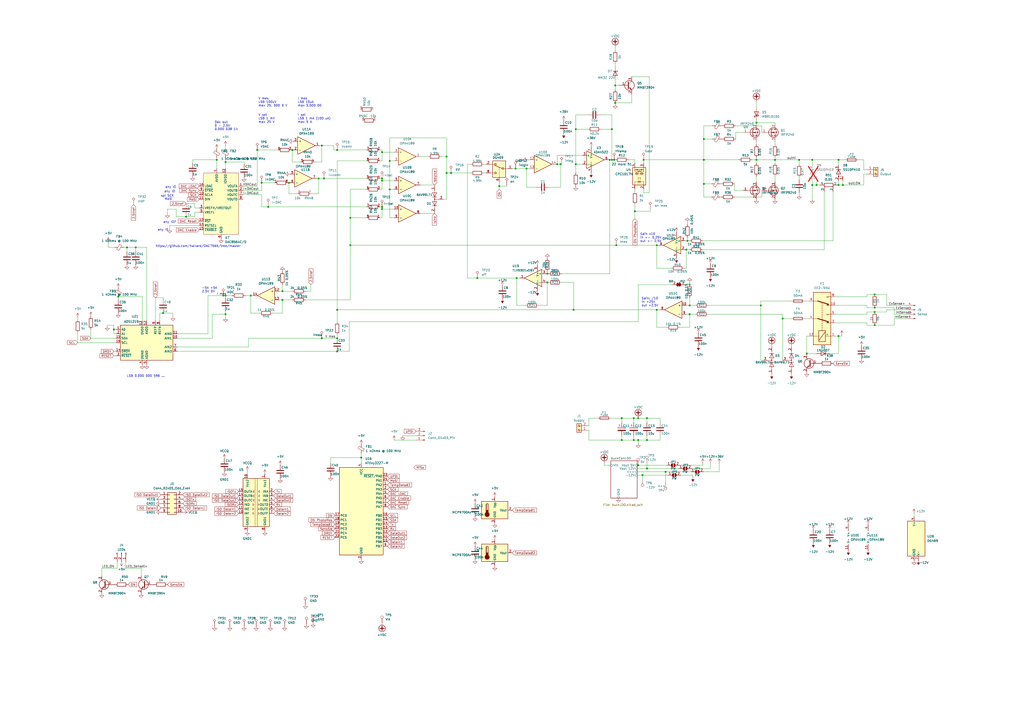
<source format=kicad_sch>
(kicad_sch (version 20231120) (generator "eeschema") (generator_version "8.0")
  (paper "A2")
  (title_block (title "PSLoad") (company "Jannik Schreiber"))
  (junction (at 195.58 196.215))
  (junction (at 463.55 92.71))
  (junction (at 209.55 265.43))
  (junction (at 323.215 95.25))
  (junction (at 398.78 139.7))
  (junction (at 408.305 92.71))
  (junction (at 261.62 100.33))
  (junction (at 354.965 74.93))
  (junction (at 195.58 86.995))
  (junction (at 473.71 107.315))
  (junction (at 398.145 144.78))
  (junction (at 259.08 90.805))
  (junction (at 129.54 171.45))
  (junction (at 221.615 120.015))
  (junction (at 78.74 143.51))
  (junction (at 507.365 170.815))
  (junction (at 356.235 92.71))
  (junction (at 356.87 49.53))
  (junction (at 184.785 103.505))
  (junction (at 186.69 84.455))
  (junction (at 454.025 184.785))
  (junction (at 186.69 196.215))
  (junction (at 226.06 93.345))
  (junction (at 195.58 179.705))
  (junction (at 400.05 165.1))
  (junction (at 486.41 194.945))
  (junction (at 299.085 97.79))
  (junction (at 370.205 255.27))
  (junction (at 317.5 163.83))
  (junction (at 386.08 273.685))
  (junction (at 367.665 242.57))
  (junction (at 408.305 106.68))
  (junction (at 94.615 181.61))
  (junction (at 130.81 182.245))
  (junction (at 467.995 205.105))
  (junction (at 486.41 92.71))
  (junction (at 449.58 92.71))
  (junction (at 107.95 125.73))
  (junction (at 203.2 126.365))
  (junction (at 73.66 143.51))
  (junction (at 151.765 106.045))
  (junction (at 289.56 107.95))
  (junction (at 226.06 109.855))
  (junction (at 299.72 161.29))
  (junction (at 408.305 80.645))
  (junction (at 375.285 242.57))
  (junction (at 381 179.705))
  (junction (at 438.785 71.12))
  (junction (at 441.325 177.165))
  (junction (at 163.83 173.99))
  (junction (at 334.01 74.93))
  (junction (at 167.64 106.045))
  (junction (at 130.81 93.98))
  (junction (at 276.86 161.29))
  (junction (at 145.415 171.45))
  (junction (at 195.58 203.835))
  (junction (at 373.38 92.71))
  (junction (at 367.665 255.27))
  (junction (at 507.365 188.595))
  (junction (at 259.08 100.33))
  (junction (at 187.96 103.505))
  (junction (at 368.3 122.555))
  (junction (at 203.2 142.24))
  (junction (at 360.68 242.57))
  (junction (at 357.505 142.24))
  (junction (at 372.745 275.59))
  (junction (at 221.615 104.775))
  (junction (at 66.04 191.135))
  (junction (at 370.205 242.57))
  (junction (at 400.05 177.165))
  (junction (at 471.17 107.315))
  (junction (at 507.365 180.975))
  (junction (at 305.435 97.79))
  (junction (at 356.87 59.69))
  (junction (at 360.68 255.27))
  (junction (at 353.695 92.71))
  (junction (at 438.785 92.71))
  (junction (at 334.01 95.25))
  (junction (at 375.285 255.27))
  (junction (at 507.365 178.435))
  (junction (at 68.58 172.085))
  (junction (at 155.575 120.015))
  (junction (at 471.17 92.71))
  (junction (at 169.545 86.995))
  (junction (at 221.615 88.265))
  (junction (at 221.615 103.505))
  (junction (at 375.285 271.78))
  (junction (at 488.95 107.315))
  (junction (at 149.225 86.995))
  (junction (at 381 142.24))
  (junction (at 221.615 121.285))
  (junction (at 400.05 182.245))
  (junction (at 325.12 95.25))
  (junction (at 370.205 269.875))
  (junction (at 332.74 179.705))
  (junction (at 317.5 158.75))
  (junction (at 125.73 92.71))
  (junction (at 486.41 107.315))
  (junction (at 130.81 171.45))
  (junction (at 163.83 168.91))
  (junction (at 354.965 92.71))
  (wire (pts (xy 273.05 95.25) (xy 271.145 95.25)))
  (wire (pts (xy 151.765 110.49) (xy 140.97 110.49)))
  (wire (pts (xy 294.005 107.95) (xy 289.56 107.95)))
  (wire (pts (xy 52.705 191.135) (xy 52.705 196.215)))
  (wire (pts (xy 243.84 107.315) (xy 252.095 107.315)))
  (wire (pts (xy 412.75 106.68) (xy 408.305 106.68)))
  (wire (pts (xy 183.515 103.505) (xy 184.785 103.505)))
  (wire (pts (xy 243.84 90.805) (xy 248.285 90.805)))
  (wire (pts (xy 394.335 189.865) (xy 400.05 189.865)))
  (wire (pts (xy 438.785 102.235) (xy 438.785 105.41)))
  (wire (pts (xy 184.785 112.395) (xy 184.785 103.505)))
  (wire (pts (xy 151.765 113.03) (xy 140.97 113.03)))
  (wire (pts (xy 130.81 182.245) (xy 130.81 184.15)))
  (wire (pts (xy 149.225 107.95) (xy 140.97 107.95)))
  (wire (pts (xy 466.725 174.625) (xy 469.265 174.625)))
  (wire (pts (xy 348.615 74.93) (xy 354.965 74.93)))
  (wire (pts (xy 221.615 103.505) (xy 221.615 104.775)))
  (wire (pts (xy 149.225 86.995) (xy 149.225 107.95)))
  (wire (pts (xy 400.05 182.245) (xy 398.145 182.245)))
  (wire (pts (xy 401.955 275.59) (xy 401.955 276.86)))
  (wire (pts (xy 161.925 168.91) (xy 163.83 168.91)))
  (wire (pts (xy 381 179.705) (xy 382.905 179.705)))
  (wire (pts (xy 67.945 329.565) (xy 59.055 329.565)))
  (wire (pts (xy 221.615 121.285) (xy 221.615 126.365)))
  (wire (pts (xy 289.56 107.95) (xy 289.56 109.855)))
  (wire (pts (xy 353.695 92.71) (xy 353.06 92.71)))
  (wire (pts (xy 325.755 158.75) (xy 353.695 158.75)))
  (wire (pts (xy 317.5 177.165) (xy 317.5 163.83)))
  (wire (pts (xy 113.03 120.65) (xy 115.57 120.65)))
  (wire (pts (xy 209.55 265.43) (xy 209.55 268.605)))
  (wire (pts (xy 486.41 205.105) (xy 486.41 194.945)))
  (wire (pts (xy 501.015 100.965) (xy 502.92 100.965)))
  (wire (pts (xy 177.165 173.99) (xy 203.2 173.99)))
  (wire (pts (xy 376.555 44.45) (xy 376.555 111.76)))
  (wire (pts (xy 130.81 180.34) (xy 130.81 182.245)))
  (wire (pts (xy 221.615 104.775) (xy 221.615 109.855)))
  (wire (pts (xy 467.995 205.74) (xy 467.995 205.105)))
  (wire (pts (xy 466.725 184.785) (xy 469.265 184.785)))
  (wire (pts (xy 408.305 114.3) (xy 408.305 106.68)))
  (wire (pts (xy 334.01 74.93) (xy 334.01 95.25)))
  (wire (pts (xy 130.81 93.98) (xy 130.81 97.79)))
  (wire (pts (xy 370.205 242.57) (xy 375.285 242.57)))
  (wire (pts (xy 149.225 86.995) (xy 161.29 86.995)))
  (wire (pts (xy 191.77 265.43) (xy 209.55 265.43)))
  (wire (pts (xy 353.695 158.75) (xy 353.695 92.71)))
  (wire (pts (xy 52.705 196.215) (xy 67.31 196.215)))
  (wire (pts (xy 316.865 163.83) (xy 317.5 163.83)))
  (wire (pts (xy 145.415 171.45) (xy 146.685 171.45)))
  (wire (pts (xy 90.17 172.72) (xy 90.17 186.055)))
  (wire (pts (xy 73.66 143.51) (xy 73.66 146.05)))
  (wire (pts (xy 129.54 171.45) (xy 130.81 171.45)))
  (wire (pts (xy 377.19 121.285) (xy 377.19 122.555)))
  (wire (pts (xy 467.995 205.105) (xy 467.995 194.945)))
  (wire (pts (xy 202.565 186.69) (xy 370.205 186.69)))
  (wire (pts (xy 449.58 81.915) (xy 449.58 83.82)))
  (wire (pts (xy 174.625 93.98) (xy 169.545 93.98)))
  (wire (pts (xy 386.08 273.685) (xy 400.685 273.685)))
  (wire (pts (xy 113.03 125.73) (xy 113.03 123.19)))
  (wire (pts (xy 369.57 273.685) (xy 386.08 273.685)))
  (wire (pts (xy 488.95 107.315) (xy 501.015 107.315)))
  (wire (pts (xy 483.235 111.125) (xy 483.235 139.7)))
  (wire (pts (xy 169.545 93.98) (xy 169.545 86.995)))
  (wire (pts (xy 59.055 329.565) (xy 59.055 334.01)))
  (wire (pts (xy 403.225 177.165) (xy 400.05 177.165)))
  (wire (pts (xy 220.345 103.505) (xy 221.615 103.505)))
  (wire (pts (xy 226.06 109.855) (xy 228.6 109.855)))
  (wire (pts (xy 221.615 104.775) (xy 228.6 104.775)))
  (wire (pts (xy 373.38 92.71) (xy 408.305 92.71)))
  (wire (pts (xy 67.945 325.755) (xy 67.945 329.565)))
  (wire (pts (xy 306.07 92.71) (xy 307.34 92.71)))
  (wire (pts (xy 488.95 104.775) (xy 488.95 107.315)))
  (wire (pts (xy 447.675 200.66) (xy 447.675 201.295)))
  (wire (pts (xy 438.785 71.12) (xy 438.785 71.755)))
  (wire (pts (xy 312.42 177.165) (xy 317.5 177.165)))
  (wire (pts (xy 369.57 275.59) (xy 372.745 275.59)))
  (wire (pts (xy 144.145 196.215) (xy 186.69 196.215)))
  (wire (pts (xy 502.92 188.595) (xy 507.365 188.595)))
  (wire (pts (xy 368.3 109.855) (xy 368.3 111.125)))
  (wire (pts (xy 169.545 86.995) (xy 170.18 86.995)))
  (wire (pts (xy 169.545 86.995) (xy 168.91 86.995)))
  (wire (pts (xy 62.865 143.51) (xy 66.675 143.51)))
  (wire (pts (xy 417.195 268.605) (xy 417.195 273.685)))
  (wire (pts (xy 94.615 172.72) (xy 94.615 173.99)))
  (wire (pts (xy 102.235 121.285) (xy 102.235 125.73)))
  (wire (pts (xy 356.87 59.69) (xy 356.87 60.325)))
  (wire (pts (xy 155.575 120.015) (xy 212.725 120.015)))
  (wire (pts (xy 151.765 106.045) (xy 159.385 106.045)))
  (wire (pts (xy 484.505 187.325) (xy 502.92 187.325)))
  (wire (pts (xy 473.71 107.315) (xy 475.615 107.315)))
  (wire (pts (xy 85.09 143.51) (xy 78.74 143.51)))
  (wire (pts (xy 514.35 170.815) (xy 507.365 170.815)))
  (wire (pts (xy 98.425 132.715) (xy 98.425 130.81)))
  (wire (pts (xy 485.775 107.315) (xy 486.41 107.315)))
  (wire (pts (xy 145.415 181.61) (xy 145.415 171.45)))
  (wire (pts (xy 167.005 106.045) (xy 167.64 106.045)))
  (wire (pts (xy 66.04 188.595) (xy 66.04 191.135)))
  (wire (pts (xy 220.345 86.995) (xy 221.615 86.995)))
  (wire (pts (xy 151.765 120.015) (xy 155.575 120.015)))
  (wire (pts (xy 356.87 49.53) (xy 356.87 52.07)))
  (wire (pts (xy 400.05 172.72) (xy 400.05 177.165)))
  (wire (pts (xy 377.19 122.555) (xy 368.3 122.555)))
  (wire (pts (xy 449.58 91.44) (xy 449.58 92.71)))
  (wire (pts (xy 261.62 100.33) (xy 273.05 100.33)))
  (wire (pts (xy 341.63 255.27) (xy 341.63 249.555)))
  (wire (pts (xy 299.085 97.79) (xy 305.435 97.79)))
  (wire (pts (xy 142.24 171.45) (xy 145.415 171.45)))
  (wire (pts (xy 228.6 255.27) (xy 241.3 255.27)))
  (wire (pts (xy 187.96 103.505) (xy 212.725 103.505)))
  (wire (pts (xy 486.41 107.315) (xy 488.95 107.315)))
  (wire (pts (xy 97.155 121.285) (xy 102.235 121.285)))
  (wire (pts (xy 369.57 271.78) (xy 375.285 271.78)))
  (wire (pts (xy 403.225 182.245) (xy 400.05 182.245)))
  (wire (pts (xy 120.65 171.45) (xy 129.54 171.45)))
  (wire (pts (xy 62.865 140.335) (xy 62.865 143.51)))
  (wire (pts (xy 113.03 118.11) (xy 113.03 120.65)))
  (wire (pts (xy 369.57 269.875) (xy 370.205 269.875)))
  (wire (pts (xy 441.96 73.025) (xy 441.96 76.835)))
  (wire (pts (xy 151.765 120.015) (xy 151.765 113.03)))
  (wire (pts (xy 325.12 108.585) (xy 325.12 95.25)))
  (wire (pts (xy 195.58 196.215) (xy 195.58 194.31)))
  (wire (pts (xy 186.69 84.455) (xy 193.675 84.455)))
  (wire (pts (xy 398.78 139.7) (xy 398.78 137.795)))
  (wire (pts (xy 366.395 59.69) (xy 356.87 59.69)))
  (wire (pts (xy 372.745 275.59) (xy 387.35 275.59)))
  (wire (pts (xy 325.12 95.25) (xy 323.215 95.25)))
  (wire (pts (xy 334.01 66.675) (xy 334.01 74.93)))
  (wire (pts (xy 82.55 186.055) (xy 82.55 172.085)))
  (wire (pts (xy 271.145 161.29) (xy 276.86 161.29)))
  (wire (pts (xy 304.8 177.165) (xy 299.72 177.165)))
  (wire (pts (xy 488.315 194.945) (xy 486.41 194.945)))
  (wire (pts (xy 255.905 90.805) (xy 259.08 90.805)))
  (wire (pts (xy 473.71 104.775) (xy 473.71 107.315)))
  (wire (pts (xy 209.55 262.89) (xy 209.55 265.43)))
  (wire (pts (xy 449.58 71.755) (xy 449.58 71.12)))
  (wire (pts (xy 375.285 242.57) (xy 382.905 242.57)))
  (wire (pts (xy 368.3 92.71) (xy 364.49 92.71)))
  (wire (pts (xy 502.92 98.425) (xy 501.015 98.425)))
  (wire (pts (xy 226.06 93.345) (xy 228.6 93.345)))
  (wire (pts (xy 354.965 92.71) (xy 353.695 92.71)))
  (wire (pts (xy 486.41 92.71) (xy 486.41 95.885)))
  (wire (pts (xy 481.33 205.105) (xy 486.41 205.105)))
  (wire (pts (xy 111.76 94.615) (xy 111.76 92.71)))
  (wire (pts (xy 252.095 123.825) (xy 252.095 123.19)))
  (wire (pts (xy 354.965 74.93) (xy 354.965 92.71)))
  (wire (pts (xy 382.905 252.73) (xy 382.905 255.27)))
  (wire (pts (xy 195.58 179.705) (xy 332.74 179.705)))
  (wire (pts (xy 441.325 208.915) (xy 442.595 208.915)))
  (wire (pts (xy 92.71 186.055) (xy 92.71 181.61)))
  (wire (pts (xy 317.5 157.48) (xy 317.5 158.75)))
  (wire (pts (xy 502.92 180.975) (xy 507.365 180.975)))
  (wire (pts (xy 396.875 155.575) (xy 398.145 155.575)))
  (wire (pts (xy 426.085 110.49) (xy 426.085 106.68)))
  (wire (pts (xy 407.67 269.875) (xy 394.335 269.875)))
  (wire (pts (xy 341.63 249.555) (xy 340.995 249.555)))
  (wire (pts (xy 233.68 252.73) (xy 241.3 252.73)))
  (wire (pts (xy 289.56 105.41) (xy 289.56 107.95)))
  (wire (pts (xy 454.025 184.785) (xy 454.025 208.915)))
  (wire (pts (xy 502.92 178.435) (xy 502.92 177.165)))
  (wire (pts (xy 67.31 198.755) (xy 45.085 198.755)))
  (wire (pts (xy 85.09 143.51) (xy 85.09 186.055)))
  (wire (pts (xy 186.69 93.98) (xy 186.69 84.455)))
  (wire (pts (xy 447.675 216.535) (xy 447.675 217.17)))
  (wire (pts (xy 356.235 92.71) (xy 356.87 92.71)))
  (wire (pts (xy 360.68 245.11) (xy 360.68 242.57)))
  (wire (pts (xy 220.345 109.855) (xy 221.615 109.855)))
  (wire (pts (xy 141.605 93.98) (xy 130.81 93.98)))
  (wire (pts (xy 400.05 177.165) (xy 398.145 177.165)))
  (wire (pts (xy 81.915 329.565) (xy 81.915 334.01)))
  (wire (pts (xy 502.92 188.595) (xy 502.92 187.325)))
  (wire (pts (xy 102.87 193.675) (xy 120.65 193.675)))
  (wire (pts (xy 297.18 97.79) (xy 299.085 97.79)))
  (wire (pts (xy 67.31 206.375) (xy 66.04 206.375)))
  (wire (pts (xy 368.3 94.615) (xy 368.3 92.71)))
  (wire (pts (xy 454.025 182.245) (xy 454.025 184.785)))
  (wire (pts (xy 398.145 144.78) (xy 398.145 155.575)))
  (wire (pts (xy 441.96 110.49) (xy 441.96 114.3)))
  (wire (pts (xy 463.55 104.14) (xy 463.55 102.87)))
  (wire (pts (xy 317.5 163.83) (xy 318.135 163.83)))
  (wire (pts (xy 381 142.24) (xy 381 155.575)))
  (wire (pts (xy 195.58 186.69) (xy 195.58 179.705)))
  (wire (pts (xy 73.025 325.755) (xy 73.025 329.565)))
  (wire (pts (xy 417.195 273.685) (xy 408.305 273.685)))
  (wire (pts (xy 78.74 143.51) (xy 73.66 143.51)))
  (wire (pts (xy 332.74 163.83) (xy 332.74 179.705)))
  (wire (pts (xy 375.285 271.78) (xy 393.7 271.78)))
  (wire (pts (xy 401.32 271.78) (xy 412.115 271.78)))
  (wire (pts (xy 163.83 173.99) (xy 169.545 173.99)))
  (wire (pts (xy 514.35 177.165) (xy 514.35 170.815)))
  (wire (pts (xy 397.51 139.7) (xy 398.78 139.7)))
  (wire (pts (xy 502.92 170.815) (xy 502.92 172.085)))
  (wire (pts (xy 193.675 84.455) (xy 193.675 86.995)))
  (wire (pts (xy 177.165 168.91) (xy 180.34 168.91)))
  (wire (pts (xy 325.755 163.83) (xy 332.74 163.83)))
  (wire (pts (xy 120.65 193.675) (xy 120.65 171.45)))
  (wire (pts (xy 438.785 81.915) (xy 438.785 83.82)))
  (wire (pts (xy 459.105 216.535) (xy 459.105 217.17)))
  (wire (pts (xy 191.77 268.605) (xy 191.77 265.43)))
  (wire (pts (xy 195.58 179.705) (xy 195.58 93.345)))
  (wire (pts (xy 398.78 128.905) (xy 398.78 130.175)))
  (wire (pts (xy 125.73 91.44) (xy 125.73 92.71)))
  (wire (pts (xy 180.34 165.1) (xy 180.34 168.91)))
  (wire (pts (xy 195.58 86.995) (xy 212.725 86.995)))
  (wire (pts (xy 341.63 255.27) (xy 360.68 255.27)))
  (wire (pts (xy 350.52 268.605) (xy 350.52 269.875)))
  (wire (pts (xy 436.245 92.71) (xy 438.785 92.71)))
  (wire (pts (xy 530.225 297.815) (xy 530.225 299.72)))
  (wire (pts (xy 413.385 80.645) (xy 408.305 80.645)))
  (wire (pts (xy 186.69 196.215) (xy 195.58 196.215)))
  (wire (pts (xy 259.08 100.33) (xy 261.62 100.33)))
  (wire (pts (xy 471.17 104.775) (xy 471.17 107.315)))
  (wire (pts (xy 143.51 274.955) (xy 143.51 273.05)))
  (wire (pts (xy 195.58 93.345) (xy 212.725 93.345)))
  (wire (pts (xy 471.17 107.315) (xy 471.17 115.57)))
  (wire (pts (xy 102.87 196.215) (xy 123.19 196.215)))
  (wire (pts (xy 66.04 193.675) (xy 66.04 191.135)))
  (wire (pts (xy 163.83 168.91) (xy 169.545 168.91)))
  (wire (pts (xy 397.51 165.1) (xy 400.05 165.1)))
  (wire (pts (xy 376.555 111.76) (xy 373.38 111.76)))
  (wire (pts (xy 502.92 178.435) (xy 507.365 178.435)))
  (wire (pts (xy 259.08 90.805) (xy 259.08 100.33)))
  (wire (pts (xy 501.015 107.315) (xy 501.015 100.965)))
  (wire (pts (xy 471.17 92.71) (xy 486.41 92.71)))
  (wire (pts (xy 525.78 177.165) (xy 514.35 177.165)))
  (wire (pts (xy 325.12 95.25) (xy 325.755 95.25)))
  (wire (pts (xy 484.505 182.245) (xy 502.92 182.245)))
  (wire (pts (xy 370.205 255.27) (xy 375.285 255.27)))
  (wire (pts (xy 367.665 242.57) (xy 367.665 245.11)))
  (wire (pts (xy 484.505 172.085) (xy 502.92 172.085)))
  (wire (pts (xy 202.565 203.835) (xy 202.565 186.69)))
  (wire (pts (xy 518.795 184.785) (xy 518.795 188.595)))
  (wire (pts (xy 348.615 66.675) (xy 354.965 66.675)))
  (wire (pts (xy 417.83 106.68) (xy 418.465 106.68)))
  (wire (pts (xy 407.67 144.78) (xy 478.155 144.78)))
  (wire (pts (xy 449.58 102.235) (xy 449.58 105.41)))
  (wire (pts (xy 316.865 158.75) (xy 317.5 158.75)))
  (wire (pts (xy 367.665 242.57) (xy 370.205 242.57)))
  (wire (pts (xy 203.2 126.365) (xy 203.2 109.855)))
  (wire (pts (xy 318.77 108.585) (xy 325.12 108.585)))
  (wire (pts (xy 366.395 44.45) (xy 376.555 44.45)))
  (wire (pts (xy 220.345 93.345) (xy 221.615 93.345)))
  (wire (pts (xy 412.115 271.78) (xy 412.115 268.605)))
  (wire (pts (xy 373.38 94.615) (xy 373.38 92.71)))
  (wire (pts (xy 62.23 189.23) (xy 62.23 188.595)))
  (wire (pts (xy 417.83 114.3) (xy 418.465 114.3)))
  (wire (pts (xy 375.285 242.57) (xy 375.285 245.11)))
  (wire (pts (xy 337.82 90.17) (xy 323.215 90.17)))
  (wire (pts (xy 463.55 113.03) (xy 463.55 111.76)))
  (wire (pts (xy 418.465 80.645) (xy 419.1 80.645)))
  (wire (pts (xy 375.285 268.605) (xy 375.285 271.78)))
  (wire (pts (xy 163.83 181.61) (xy 163.83 173.99)))
  (wire (pts (xy 398.145 144.78) (xy 400.05 144.78)))
  (wire (pts (xy 354.33 242.57) (xy 360.68 242.57)))
  (wire (pts (xy 193.675 86.995) (xy 195.58 86.995)))
  (wire (pts (xy 62.23 188.595) (xy 66.04 188.595)))
  (wire (pts (xy 78.74 146.05) (xy 78.74 143.51)))
  (wire (pts (xy 259.08 115.57) (xy 257.175 115.57)))
  (wire (pts (xy 488.315 194.31) (xy 488.315 194.945)))
  (wire (pts (xy 130.81 172.72) (xy 130.81 171.45)))
  (wire (pts (xy 203.2 109.855) (xy 212.725 109.855)))
  (wire (pts (xy 203.2 173.99) (xy 203.2 142.24)))
  (wire (pts (xy 438.785 69.85) (xy 438.785 71.12)))
  (wire (pts (xy 438.785 92.71) (xy 438.785 94.615)))
  (wire (pts (xy 400.05 163.83) (xy 400.05 165.1)))
  (wire (pts (xy 98.425 130.81) (xy 115.57 130.81)))
  (wire (pts (xy 155.575 119.38) (xy 155.575 120.015)))
  (wire (pts (xy 471.17 92.71) (xy 471.17 95.885)))
  (wire (pts (xy 130.81 171.45) (xy 134.62 171.45)))
  (wire (pts (xy 130.81 91.44) (xy 130.81 93.98)))
  (wire (pts (xy 525.78 182.245) (xy 518.795 182.245)))
  (wire (pts (xy 271.145 95.25) (xy 271.145 161.29)))
  (wire (pts (xy 438.785 92.71) (xy 449.58 92.71)))
  (wire (pts (xy 125.73 92.71) (xy 125.73 97.79)))
  (wire (pts (xy 386.08 280.035) (xy 386.08 273.685)))
  (wire (pts (xy 370.205 165.1) (xy 389.89 165.1)))
  (wire (pts (xy 408.305 73.025) (xy 408.305 80.645)))
  (wire (pts (xy 373.38 111.76) (xy 373.38 109.855)))
  (wire (pts (xy 375.285 252.73) (xy 375.285 255.27)))
  (wire (pts (xy 366.395 54.61) (xy 366.395 59.69)))
  (wire (pts (xy 341.63 247.015) (xy 340.995 247.015)))
  (wire (pts (xy 67.31 193.675) (xy 66.04 193.675)))
  (wire (pts (xy 368.3 122.555) (xy 368.3 127)))
  (wire (pts (xy 370.205 255.27) (xy 367.665 255.27)))
  (wire (pts (xy 356.87 46.355) (xy 356.87 49.53)))
  (wire (pts (xy 123.19 182.245) (xy 130.81 182.245)))
  (wire (pts (xy 280.67 100.33) (xy 281.94 100.33)))
  (wire (pts (xy 501.015 92.71) (xy 497.84 92.71)))
  (wire (pts (xy 518.795 182.245) (xy 518.795 178.435)))
  (wire (pts (xy 467.995 194.945) (xy 469.265 194.945)))
  (wire (pts (xy 410.845 182.245) (xy 454.025 182.245)))
  (wire (pts (xy 449.58 92.71) (xy 463.55 92.71)))
  (wire (pts (xy 354.965 66.675) (xy 354.965 74.93)))
  (wire (pts (xy 431.165 76.835) (xy 426.72 76.835)))
  (wire (pts (xy 180.34 112.395) (xy 184.785 112.395)))
  (wire (pts (xy 150.495 181.61) (xy 145.415 181.61)))
  (wire (pts (xy 502.92 182.245) (xy 502.92 180.975)))
  (wire (pts (xy 340.995 66.675) (xy 334.01 66.675)))
  (wire (pts (xy 334.01 95.25) (xy 337.82 95.25)))
  (wire (pts (xy 386.715 189.865) (xy 381 189.865)))
  (wire (pts (xy 102.87 203.835) (xy 195.58 203.835)))
  (wire (pts (xy 113.03 123.19) (xy 115.57 123.19)))
  (wire (pts (xy 73.025 329.565) (xy 81.915 329.565)))
  (wire (pts (xy 382.905 242.57) (xy 382.905 245.11)))
  (wire (pts (xy 350.52 269.875) (xy 354.33 269.875)))
  (wire (pts (xy 340.995 74.93) (xy 334.01 74.93)))
  (wire (pts (xy 226.06 126.365) (xy 228.6 126.365)))
  (wire (pts (xy 167.64 106.045) (xy 168.275 106.045)))
  (wire (pts (xy 100.33 183.515) (xy 100.33 181.61)))
  (wire (pts (xy 311.15 108.585) (xy 305.435 108.585)))
  (wire (pts (xy 276.86 161.29) (xy 299.72 161.29)))
  (wire (pts (xy 334.01 95.25) (xy 334.01 100.33)))
  (wire (pts (xy 486.41 194.945) (xy 484.505 194.945)))
  (wire (pts (xy 102.87 201.295) (xy 144.145 201.295)))
  (wire (pts (xy 357.505 142.24) (xy 381 142.24)))
  (wire (pts (xy 167.64 112.395) (xy 172.72 112.395)))
  (wire (pts (xy 367.665 252.73) (xy 367.665 255.27)))
  (wire (pts (xy 66.04 191.135) (xy 67.31 191.135)))
  (wire (pts (xy 203.2 142.24) (xy 357.505 142.24)))
  (wire (pts (xy 141.605 95.25) (xy 141.605 93.98)))
  (wire (pts (xy 463.55 92.71) (xy 463.55 95.25)))
  (wire (pts (xy 367.665 255.27) (xy 360.68 255.27)))
  (wire (pts (xy 360.68 242.57) (xy 367.665 242.57)))
  (wire (pts (xy 372.745 278.13) (xy 372.745 275.59)))
  (wire (pts (xy 195.58 203.835) (xy 202.565 203.835)))
  (wire (pts (xy 463.55 92.71) (xy 471.17 92.71)))
  (wire (pts (xy 158.115 181.61) (xy 163.83 181.61)))
  (wire (pts (xy 92.71 181.61) (xy 94.615 181.61)))
  (wire (pts (xy 45.085 193.04) (xy 45.085 198.755)))
  (wire (pts (xy 71.755 143.51) (xy 73.66 143.51)))
  (wire (pts (xy 501.015 98.425) (xy 501.015 92.71)))
  (wire (pts (xy 221.615 120.015) (xy 221.615 121.285)))
  (wire (pts (xy 220.345 126.365) (xy 221.615 126.365)))
  (wire (pts (xy 305.435 97.79) (xy 307.34 97.79)))
  (wire (pts (xy 410.845 177.165) (xy 441.325 177.165)))
  (wire (pts (xy 370.205 255.27) (xy 370.205 257.175)))
  (wire (pts (xy 478.155 111.125) (xy 478.155 144.78)))
  (wire (pts (xy 259.08 80.01) (xy 259.08 90.805)))
  (wire (pts (xy 184.785 103.505) (xy 187.96 103.505)))
  (wire (pts (xy 317.5 158.75) (xy 318.135 158.75)))
  (wire (pts (xy 220.345 120.015) (xy 221.615 120.015)))
  (wire (pts (xy 486.41 104.775) (xy 486.41 107.315)))
  (wire (pts (xy 381 189.865) (xy 381 179.705)))
  (wire (pts (xy 341.63 242.57) (xy 346.71 242.57)))
  (wire (pts (xy 502.92 177.165) (xy 484.505 177.165)))
  (wire (pts (xy 226.06 80.01) (xy 259.08 80.01)))
  (wire (pts (xy 144.145 201.295) (xy 144.145 196.215)))
  (wire (pts (xy 68.58 172.085) (xy 68.58 173.99)))
  (wire (pts (xy 426.72 76.835) (xy 426.72 80.645)))
  (wire (pts (xy 341.63 247.015) (xy 341.63 242.57)))
  (wire (pts (xy 438.785 59.055) (xy 438.785 62.23)))
  (wire (pts (xy 243.84 123.825) (xy 252.095 123.825)))
  (wire (pts (xy 299.72 161.29) (xy 301.625 161.29)))
  (wire (pts (xy 252.095 107.315) (xy 252.095 107.95)))
  (wire (pts (xy 518.795 178.435) (xy 507.365 178.435)))
  (wire (pts (xy 507.365 170.815) (xy 502.92 170.815)))
  (wire (pts (xy 426.72 73.025) (xy 441.96 73.025)))
  (wire (pts (xy 486.41 92.71) (xy 490.22 92.71)))
  (wire (pts (xy 212.725 126.365) (xy 203.2 126.365)))
  (wire (pts (xy 438.785 91.44) (xy 438.785 92.71)))
  (wire (pts (xy 167.64 112.395) (xy 167.64 106.045)))
  (wire (pts (xy 354.965 92.71) (xy 356.235 92.71)))
  (wire (pts (xy 408.305 92.71) (xy 428.625 92.71)))
  (wire (pts (xy 294.005 107.315) (xy 294.005 107.95)))
  (wire (pts (xy 459.105 200.66) (xy 459.105 201.295)))
  (wire (pts (xy 45.085 185.42) (xy 45.085 184.15)))
  (wire (pts (xy 370.205 269.875) (xy 386.715 269.875)))
  (wire (pts (xy 360.68 252.73) (xy 360.68 255.27)))
  (wire (pts (xy 514.35 180.975) (xy 507.365 180.975)))
  (wire (pts (xy 525.78 184.785) (xy 518.795 184.785)))
  (wire (pts (xy 389.255 155.575) (xy 381 155.575)))
  (wire (pts (xy 226.06 80.01) (xy 226.06 93.345)))
  (wire (pts (xy 401.955 275.59) (xy 394.97 275.59)))
  (wire (pts (xy 400.05 189.865) (xy 400.05 182.245)))
  (wire (pts (xy 412.75 114.3) (xy 408.305 114.3)))
  (wire (pts (xy 356.87 36.83) (xy 356.87 38.735)))
  (wire (pts (xy 299.72 177.165) (xy 299.72 161.29)))
  (wire (pts (xy 407.67 139.7) (xy 483.235 139.7)))
  (wire (pts (xy 518.795 188.595) (xy 507.365 188.595)))
  (wire (pts (xy 82.55 172.085) (xy 68.58 172.085)))
  (wire (pts (xy 102.235 125.73) (xy 107.95 125.73)))
  (wire (pts (xy 408.305 80.645) (xy 408.305 92.71)))
  (wire (pts (xy 226.06 109.855) (xy 226.06 126.365)))
  (wire (pts (xy 441.325 177.165) (xy 441.325 208.915)))
  (wire (pts (xy 67.31 203.835) (xy 66.04 203.835)))
  (wire (pts (xy 226.06 93.345) (xy 226.06 109.855)))
  (wire (pts (xy 221.615 88.265) (xy 228.6 88.265)))
  (wire (pts (xy 467.995 205.105) (xy 473.71 205.105)))
  (wire (pts (xy 221.615 88.265) (xy 221.615 93.345)))
  (wire (pts (xy 426.085 114.3) (xy 441.96 114.3)))
  (wire (pts (xy 418.465 73.025) (xy 419.1 73.025)))
  (wire (pts (xy 259.08 100.33) (xy 259.08 115.57)))
  (wire (pts (xy 441.325 174.625) (xy 459.105 174.625)))
  (wire (pts (xy 161.925 173.99) (xy 163.83 173.99)))
  (wire (pts (xy 514.35 179.705) (xy 514.35 180.975)))
  (wire (pts (xy 525.78 179.705) (xy 514.35 179.705)))
  (wire (pts (xy 281.94 95.25) (xy 280.67 95.25)))
  (wire (pts (xy 332.74 179.705) (xy 381 179.705)))
  (wire (pts (xy 203.2 142.24) (xy 203.2 126.365)))
  (wire (pts (xy 454.025 184.785) (xy 459.105 184.785)))
  (wire (pts (xy 398.78 139.7) (xy 400.05 139.7)))
  (wire (pts (xy 111.76 92.71) (xy 125.73 92.71)))
  (wire (pts (xy 221.615 86.995) (xy 221.615 88.265)))
  (wire (pts (xy 221.615 121.285) (xy 228.6 121.285)))
  (wire (pts (xy 471.17 107.315) (xy 473.71 107.315)))
  (wire (pts (xy 382.905 255.27) (xy 375.285 255.27)))
  (wire (pts (xy 441.325 174.625) (xy 441.325 177.165)))
  (wire (pts (xy 107.95 125.73) (xy 113.03 125.73)))
  (wire (pts (xy 123.19 196.215) (xy 123.19 182.245)))
  (wire (pts (xy 323.215 90.17) (xy 323.215 95.25)))
  (wire (pts (xy 163.83 168.91) (xy 163.83 165.1)))
  (wire (pts (xy 182.245 93.98) (xy 186.69 93.98)))
  (wire (pts (xy 97.155 123.825) (xy 97.155 121.285)))
  (wire (pts (xy 370.205 186.69) (xy 370.205 165.1)))
  (wire (pts (xy 407.67 268.605) (xy 407.67 269.875)))
  (wire (pts (xy 438.785 71.12) (xy 449.58 71.12)))
  (wire (pts (xy 431.165 110.49) (xy 426.085 110.49)))
  (wire (pts (xy 356.87 27.305) (xy 356.87 29.21)))
  (wire (pts (xy 408.305 92.71) (xy 408.305 106.68)))
  (wire (pts (xy 100.33 181.61) (xy 94.615 181.61)))
  (wire (pts (xy 107.95 118.11) (xy 113.03 118.11)))
  (wire (pts (xy 151.765 106.045) (xy 151.765 110.49)))
  (wire (pts (xy 413.385 73.025) (xy 408.305 73.025)))
  (wire (pts (xy 368.3 118.745) (xy 368.3 122.555)))
  (wire (pts (xy 381 142.24) (xy 382.27 142.24)))
  (wire (pts (xy 186.69 84.455) (xy 185.42 84.455)))
  (wire (pts (xy 305.435 108.585) (xy 305.435 97.79)))
  (wire (pts (xy 90.17 172.72) (xy 94.615 172.72)))
  (wire (pts (xy 323.215 95.25) (xy 322.58 95.25)))
  (wire (pts (xy 356.87 49.53) (xy 358.775 49.53)))
  (wire (pts (xy 397.51 144.78) (xy 398.145 144.78)))
  (wire (pts (xy 449.58 92.71) (xy 449.58 94.615)))
  (wire (pts (xy 130.81 84.455) (xy 130.81 86.36)))
  (text "https://github.com/hallard/DAC7565/tree/master" (at 114.935 142.875 0) (effects (font (size 1.27 1.27))))
  (text "any IO" (at 98.425 111.125 0) (effects (font (size 1.27 1.27))))
  (text "Dac out \n0 - 2,5V\n0,000 038 14" (at 124.46 73.025 0) (effects (font (size 1.27 1.27)) (justify left)))
  (text "LSB 0,000 000 596 ..." (at 84.582 218.186 0) (effects (font (size 1.27 1.27))))
  (text "spi SCK" (at 97.155 113.665 0) (effects (font (size 1.27 1.27))))
  (text "any IO" (at 94.615 133.35 0) (effects (font (size 1.27 1.27))))
  (text "any IO?\n" (at 98.425 128.905 0) (effects (font (size 1.27 1.27))))
  (text "Gain: /10\nin +25V\nout +2,5V" (at 372.11 175.26 0) (effects (font (size 1.27 1.27)) (justify left)))
  (text "MoSi" (at 97.79 115.57 0) (effects (font (size 1.27 1.27))))
  (text "-5A +5A\n2,5V 0V" (at 117.094 168.148 0) (effects (font (size 1.27 1.27)) (justify left)))
  (text "V mes \nLSB 100uV\nmax 25, 000 0 V" (at 149.86 59.309 0) (effects (font (size 1.27 1.27)) (justify left)))
  (text "V set\nLSB 1 mV\nmax 25 V" (at 149.86 68.834 0) (effects (font (size 1.27 1.27)) (justify left)))
  (text "Gain x10\nin +- 0,25V\nout +- 2,5V" (at 371.348 137.922 0) (effects (font (size 1.27 1.27)) (justify left)))
  (text "I mes\nLSB 10uA\nmax 5,000 00" (at 172.72 59.309 0) (effects (font (size 1.27 1.27)) (justify left)))
  (text "any IO" (at 99.06 108.585 0) (effects (font (size 1.27 1.27))))
  (text "I set\nLSB 1 mA (100 uA)\nmax 5 A" (at 172.72 68.834 0) (effects (font (size 1.27 1.27)) (justify left)))
  (label "LED_ON" (at 59.055 329.565 0))
  (label "IntSense+" (at 519.43 182.245 0))
  (label "VDACout" (at 140.97 107.95 0))
  (label "V mes" (at 188.595 196.215 0))
  (label "outLOW" (at 492.125 107.315 0))
  (label "outHi" (at 456.565 92.71 0))
  (label "I mes" (at 125.73 171.45 0))
  (label "I-DACout" (at 140.97 113.03 0))
  (label "ExSense-" (at 519.43 179.705 0))
  (label "IntSense-" (at 518.795 184.785 0))
  (label "I+DACout" (at 140.97 110.49 0))
  (label "LED_SenseEx" (at 73.025 329.565 0))
  (label "ExSense+" (at 515.62 177.165 0))
  (global_label "ON PhotoMos" (shape input) (at 368.3 127 270) (property "Intersheetrefs" "${INTERSHEET_REFS}" (effects (hide yes))))
  (global_label "ISO DataIn1" (shape input) (at 106.045 294.64 0) (property "Intersheetrefs" "${INTERSHEET_REFS}" (effects (hide yes))))
  (global_label "SCK" (shape input) (at 224.79 283.845 0) (property "Intersheetrefs" "${INTERSHEET_REFS}" (effects (hide yes))))
  (global_label "SensSW" (shape input) (at 97.155 339.09 0) (property "Intersheetrefs" "${INTERSHEET_REFS}" (effects (hide yes))))
  (global_label "ISOTx" (shape input) (at 106.045 289.56 0) (property "Intersheetrefs" "${INTERSHEET_REFS}" (effects (hide yes))))
  (global_label "DAC Sync" (shape input) (at 224.79 294.005 0) (property "Intersheetrefs" "${INTERSHEET_REFS}" (effects (hide yes))))
  (global_label "ON" (shape input) (at 289.56 109.855 270) (property "Intersheetrefs" "${INTERSHEET_REFS}" (effects (hide yes))))
  (global_label "ISO DataIn2" (shape input) (at 93.345 294.64 180) (property "Intersheetrefs" "${INTERSHEET_REFS}" (effects (hide yes))))
  (global_label "ISO DataIn2" (shape input) (at 138.43 297.815 180) (property "Intersheetrefs" "${INTERSHEET_REFS}" (effects (hide yes))))
  (global_label "UPDI" (shape input) (at 241.3 250.19 180) (property "Intersheetrefs" "${INTERSHEET_REFS}" (effects (hide yes))))
  (global_label "ISORx" (shape input) (at 138.43 292.735 180) (property "Intersheetrefs" "${INTERSHEET_REFS}" (effects (hide yes))))
  (global_label "ISO DataOut2" (shape input) (at 138.43 290.195 180) (property "Intersheetrefs" "${INTERSHEET_REFS}" (effects (hide yes))))
  (global_label "2,5Vref" (shape input) (at 107.95 118.11 180) (property "Intersheetrefs" "${INTERSHEET_REFS}" (effects (hide yes))))
  (global_label "Isink" (shape input) (at 252.095 123.825 270) (property "Intersheetrefs" "${INTERSHEET_REFS}" (effects (hide yes))))
  (global_label "Tx" (shape input) (at 224.79 304.165 0) (property "Intersheetrefs" "${INTERSHEET_REFS}" (effects (hide yes))))
  (global_label "DataIn2" (shape input) (at 224.79 316.865 0) (property "Intersheetrefs" "${INTERSHEET_REFS}" (effects (hide yes))))
  (global_label "ON" (shape input) (at 74.295 339.09 0) (property "Intersheetrefs" "${INTERSHEET_REFS}" (effects (hide yes))))
  (global_label "DAC Enable" (shape input) (at 224.79 288.925 0) (property "Intersheetrefs" "${INTERSHEET_REFS}" (effects (hide yes))))
  (global_label "RESET" (shape input) (at 194.31 311.785 180) (property "Intersheetrefs" "${INTERSHEET_REFS}" (effects (hide yes))))
  (global_label "ISO DataOut1" (shape input) (at 93.345 287.02 180) (property "Intersheetrefs" "${INTERSHEET_REFS}" (effects (hide yes))))
  (global_label "DAC Reset" (shape input) (at 224.79 291.465 0) (property "Intersheetrefs" "${INTERSHEET_REFS}" (effects (hide yes))))
  (global_label "DataIn1" (shape input) (at 158.75 295.275 0) (property "Intersheetrefs" "${INTERSHEET_REFS}" (effects (hide yes))))
  (global_label "TempData#2" (shape input) (at 224.79 281.305 0) (property "Intersheetrefs" "${INTERSHEET_REFS}" (effects (hide yes))))
  (global_label "ISORx" (shape input) (at 106.045 292.1 0) (property "Intersheetrefs" "${INTERSHEET_REFS}" (effects (hide yes))))
  (global_label "ON PhotoMos" (shape input) (at 194.31 301.625 180) (property "Intersheetrefs" "${INTERSHEET_REFS}" (effects (hide yes))))
  (global_label "TempData#1" (shape input) (at 194.31 304.165 180) (property "Intersheetrefs" "${INTERSHEET_REFS}" (effects (hide yes))))
  (global_label "MoSi" (shape input) (at 224.79 278.765 0) (property "Intersheetrefs" "${INTERSHEET_REFS}" (effects (hide yes))))
  (global_label "SCL" (shape input) (at 45.085 198.755 180) (property "Intersheetrefs" "${INTERSHEET_REFS}" (effects (hide yes))))
  (global_label "Rx" (shape input) (at 158.75 292.735 0) (property "Intersheetrefs" "${INTERSHEET_REFS}" (effects (hide yes))))
  (global_label "2,5Vref" (shape input) (at 77.47 118.745 270) (property "Intersheetrefs" "${INTERSHEET_REFS}" (effects (hide yes))))
  (global_label "MoSi" (shape input) (at 115.57 115.57 180) (property "Intersheetrefs" "${INTERSHEET_REFS}" (effects (hide yes))))
  (global_label "DRDY" (shape input) (at 194.31 309.245 180) (property "Intersheetrefs" "${INTERSHEET_REFS}" (effects (hide yes))))
  (global_label "DataOut1" (shape input) (at 158.75 287.655 0) (property "Intersheetrefs" "${INTERSHEET_REFS}" (effects (hide yes))))
  (global_label "DAC Sync" (shape input) (at 115.57 110.49 180) (property "Intersheetrefs" "${INTERSHEET_REFS}" (effects (hide yes))))
  (global_label "2,5Vref" (shape input) (at 180.34 165.1 90) (property "Intersheetrefs" "${INTERSHEET_REFS}" (effects (hide yes))))
  (global_label "Rx" (shape input) (at 224.79 306.705 0) (property "Intersheetrefs" "${INTERSHEET_REFS}" (effects (hide yes))))
  (global_label "ON" (shape input) (at 194.31 299.085 180) (property "Intersheetrefs" "${INTERSHEET_REFS}" (effects (hide yes))))
  (global_label "Tx" (shape input) (at 158.75 285.115 0) (property "Intersheetrefs" "${INTERSHEET_REFS}" (effects (hide yes))))
  (global_label "TempData#1" (shape input) (at 297.18 295.91 0) (property "Intersheetrefs" "${INTERSHEET_REFS}" (effects (hide yes))))
  (global_label "ISOTx" (shape input) (at 138.43 285.115 180) (property "Intersheetrefs" "${INTERSHEET_REFS}" (effects (hide yes))))
  (global_label "DataOut1" (shape input) (at 224.79 309.245 0) (property "Intersheetrefs" "${INTERSHEET_REFS}" (effects (hide yes))))
  (global_label "TempData#2" (shape input) (at 297.18 320.675 0) (property "Intersheetrefs" "${INTERSHEET_REFS}" (effects (hide yes))))
  (global_label "SDA" (shape input) (at 224.79 301.625 0) (property "Intersheetrefs" "${INTERSHEET_REFS}" (effects (hide yes))))
  (global_label "SCK" (shape input) (at 115.57 113.03 180) (property "Intersheetrefs" "${INTERSHEET_REFS}" (effects (hide yes))))
  (global_label "Isource" (shape input) (at 252.095 107.315 90) (property "Intersheetrefs" "${INTERSHEET_REFS}" (effects (hide yes))))
  (global_label "SensSW" (shape input) (at 483.235 210.82 0) (property "Intersheetrefs" "${INTERSHEET_REFS}" (effects (hide yes))))
  (global_label "DAC Reset" (shape input) (at 115.57 128.27 180) (property "Intersheetrefs" "${INTERSHEET_REFS}" (effects (hide yes))))
  (global_label "ISO DataOut1" (shape input) (at 138.43 287.655 180) (property "Intersheetrefs" "${INTERSHEET_REFS}" (effects (hide yes))))
  (global_label "MiSo" (shape input) (at 240.03 271.145 0) (property "Intersheetrefs" "${INTERSHEET_REFS}" (effects (hide yes))))
  (global_label "UPDI" (shape input) (at 224.79 276.225 0) (property "Intersheetrefs" "${INTERSHEET_REFS}" (effects (hide yes))))
  (global_label "DataOut2" (shape input) (at 224.79 311.785 0) (property "Intersheetrefs" "${INTERSHEET_REFS}" (effects (hide yes))))
  (global_label "DataOut2" (shape input) (at 158.75 290.195 0) (property "Intersheetrefs" "${INTERSHEET_REFS}" (effects (hide yes))))
  (global_label "DataIn2" (shape input) (at 158.75 297.815 0) (property "Intersheetrefs" "${INTERSHEET_REFS}" (effects (hide yes))))
  (global_label "ISO DataIn1" (shape input) (at 138.43 295.275 180) (property "Intersheetrefs" "${INTERSHEET_REFS}" (effects (hide yes))))
  (global_label "SensSW" (shape input) (at 194.31 306.705 180) (property "Intersheetrefs" "${INTERSHEET_REFS}" (effects (hide yes))))
  (global_label "RESET" (shape input) (at 66.04 206.375 180) (property "Intersheetrefs" "${INTERSHEET_REFS}" (effects (hide yes))))
  (global_label "DAC LDAC" (shape input) (at 115.57 107.95 180) (property "Intersheetrefs" "${INTERSHEET_REFS}" (effects (hide yes))))
  (global_label "DAC LDAC" (shape input) (at 224.79 286.385 0) (property "Intersheetrefs" "${INTERSHEET_REFS}" (effects (hide yes))))
  (global_label "DAC Enable" (shape input) (at 115.57 133.35 180) (property "Intersheetrefs" "${INTERSHEET_REFS}" (effects (hide yes))))
  (global_label "DRDY" (shape input) (at 66.04 203.835 180) (property "Intersheetrefs" "${INTERSHEET_REFS}" (effects (hide yes))))
  (global_label "SDA" (shape input) (at 52.705 196.215 180) (property "Intersheetrefs" "${INTERSHEET_REFS}" (effects (hide yes))))
  (global_label "2,5Vref" (shape input) (at 90.17 172.72 90) (property "Intersheetrefs" "${INTERSHEET_REFS}" (effects (hide yes))))
  (global_label "ISO DataOut2" (shape input) (at 106.045 287.02 0) (property "Intersheetrefs" "${INTERSHEET_REFS}" (effects (hide yes))))
  (global_label "DataIn1" (shape input) (at 224.79 314.325 0) (property "Intersheetrefs" "${INTERSHEET_REFS}" (effects (hide yes))))
  (global_label "SCL" (shape input) (at 224.79 299.085 0) (property "Intersheetrefs" "${INTERSHEET_REFS}" (effects (hide yes))))
  (symbol (lib_id "power:+VDC") (at 370.205 242.57 0) (unit 1)
    (property "Reference" "#PWR042" (effects (hide yes)))
    (property "Value" "+VDC" (at 370.205 236.22 0))
  )
  (symbol (lib_id "Device:Opamp_Quad") (at 177.8 84.455 0) (unit 1)
    (property "Reference" "U11" (at 177.8 74.93 0))
    (property "Value" "OPA4189" (at 177.8 77.47 0))
    (property "Footprint" "Package_SO:SOIC-14_3.9x8.7mm_P1.27mm" (effects (hide yes)))
    (property "Description" "Quad operational amplifier" (effects (hide yes)))
    (property "Sim.Library" "${KICAD7_SYMBOL_DIR}/Simulation_SPICE.sp" (effects (hide yes)))
    (property "Sim.Name" "kicad_builtin_opamp_quad" (effects (hide yes)))
    (property "Sim.Device" "SUBCKT" (effects (hide yes)))
    (property "Sim.Pins" "1=out1 2=in1- 3=in1+ 4=vcc 5=in2+ 6=in2- 7=out2 8=out3 9=in3- 10=in3+ 11=vee 12=in4+ 13=in4- 14=out4" (effects (hide yes)))
  )
  (symbol (lib_id "Connector:TestPoint") (at 177.8 361.95 0) (unit 1)
    (property "Reference" "TP29" (at 180.34 357.3779 0) (effects (justify left)))
    (property "Value" "GND" (at 180.34 359.9179 0) (effects (justify left)))
    (property "Footprint" "Library:SMD Test Point PCWCTE" (effects (hide yes)))
    (property "Description" "test point" (effects (hide yes)))
  )
  (symbol (lib_id "Device:Q_NMOS_GDS") (at 447.04 76.835 0) (unit 1)
    (property "Reference" "Q1" (at 452.755 75.5649 0) (effects (justify left)))
    (property "Value" "IRFP240" (at 452.755 78.1049 0) (effects (justify left)))
    (property "Footprint" "Package_TO_SOT_THT:TO-247-3_Vertical" (effects (hide yes)))
    (property "Description" "N-MOSFET transistor, gate/drain/source" (effects (hide yes)))
  )
  (symbol (lib_id "Connector:TestPoint_Alt") (at 151.765 106.045 0) (unit 1)
    (property "Reference" "TP8" (at 153.67 101.4729 0) (effects (justify left)))
    (property "Value" "I+DAC" (at 153.67 104.0129 0) (effects (justify left)))
    (property "Footprint" "TestPoint:TestPoint_Pad_D1.5mm" (effects (hide yes)))
    (property "Description" "test point (alternative shape)" (effects (hide yes)))
  )
  (symbol (lib_id "Device:R_Pack04_Split") (at 212.725 63.5 90) (unit 4)
    (property "Reference" "RN5" (at 211.4549 61.595 0) (effects (justify left)))
    (property "Value" "10k" (at 213.9949 61.595 0) (effects (justify left)))
    (property "Footprint" "Resistor_SMD:R_Array_Convex_4x0612" (effects (hide yes)))
    (property "Description" "4 resistor network, parallel topology, split" (effects (hide yes)))
  )
  (symbol (lib_id "Device:R_Pack04_Split") (at 213.995 69.85 90) (unit 3)
    (property "Reference" "RN5" (at 213.36 67.31 90) (effects (justify left)))
    (property "Value" "10k" (at 218.44 67.31 90) (effects (justify left)))
    (property "Footprint" "Resistor_SMD:R_Array_Convex_4x0612" (effects (hide yes)))
    (property "Description" "4 resistor network, parallel topology, split" (effects (hide yes)))
  )
  (symbol (lib_id "Device:C") (at 291.465 169.545 0) (unit 1)
    (property "Reference" "C8" (at 292.1 167.005 0) (effects (justify left)))
    (property "Value" "100n" (at 291.465 172.085 0) (effects (justify left)))
    (property "Footprint" "Capacitor_SMD:C_0603_1608Metric" (effects (hide yes)))
    (property "Description" "Unpolarized capacitor" (effects (hide yes)))
  )
  (symbol (lib_id "Transistor_BJT:MMBT3904") (at 363.855 49.53 0) (unit 1)
    (property "Reference" "Q5" (at 369.57 48.2599 0) (effects (justify left)))
    (property "Value" "MMBT3904" (at 369.57 50.7999 0) (effects (justify left)))
    (property "Footprint" "Package_TO_SOT_SMD:SOT-23-3" (effects (hide yes)))
    (property "Datasheet" "https://www.onsemi.com/pdf/datasheet/pzt3904-d.pdf" (effects (hide yes)))
    (property "Description" "0.2A Ic, 40V Vce, Small Signal NPN Transistor, SOT-23" (effects (hide yes)))
  )
  (symbol (lib_id "Connector:TestPoint_Alt") (at 165.1 363.22 0) (unit 1)
    (property "Reference" "TP12" (at 167.005 358.6479 0) (effects (justify left)))
    (property "Value" "GND" (at 167.005 361.1879 0) (effects (justify left)))
    (property "Footprint" "TestPoint:TestPoint_Pad_D1.5mm" (effects (hide yes)))
    (property "Description" "test point (alternative shape)" (effects (hide yes)))
  )
  (symbol (lib_id "Device:Opamp_Quad") (at 494.665 311.785 0) (unit 5)
    (property "Reference" "U10" (at 493.395 310.5149 0) (effects (justify left)))
    (property "Value" "OPA4189" (at 493.395 313.0549 0) (effects (justify left)))
    (property "Footprint" "Package_SO:SOIC-14_3.9x8.7mm_P1.27mm" (effects (hide yes)))
    (property "Description" "Quad operational amplifier" (effects (hide yes)))
    (property "Sim.Library" "${KICAD7_SYMBOL_DIR}/Simulation_SPICE.sp" (effects (hide yes)))
    (property "Sim.Name" "kicad_builtin_opamp_quad" (effects (hide yes)))
    (property "Sim.Device" "SUBCKT" (effects (hide yes)))
    (property "Sim.Pins" "1=out1 2=in1- 3=in1+ 4=vcc 5=in2+ 6=in2- 7=out2 8=out3 9=in3- 10=in3+ 11=vee 12=in4+ 13=in4- 14=out4" (effects (hide yes)))
  )
  (symbol (lib_id "power:GND1") (at 143.51 307.975 0) (unit 1)
    (property "Reference" "#PWR097" (effects (hide yes)))
    (property "Value" "GND1" (at 143.51 312.42 0))
    (property "Description" "Power symbol creates a global label with name \"GND1\" , ground" (effects (hide yes)))
  )
  (symbol (lib_id "power:GND") (at 287.02 303.53 0) (unit 1)
    (property "Reference" "#PWR066" (effects (hide yes)))
    (property "Value" "GND" (effects (hide yes)))
  )
  (symbol (lib_id "Device:R") (at 356.87 55.88 0) (unit 1)
    (property "Reference" "R27" (at 354.33 55.88 90))
    (property "Value" "10k" (at 359.41 55.88 90))
    (property "Footprint" "Resistor_SMD:R_0603_1608Metric" (effects (hide yes)))
  )
  (symbol (lib_id "power:+36V") (at 327.025 69.85 0) (unit 1)
    (property "Reference" "#PWR035" (effects (hide yes)))
    (property "Value" "+36V" (at 327.025 64.77 0))
    (property "Description" "Power symbol creates a global label with name \"+36V\"" (effects (hide yes)))
  )
  (symbol (lib_id "power:GND") (at 68.58 181.61 0) (unit 1)
    (property "Reference" "#PWR083" (effects (hide yes)))
    (property "Value" "GND" (effects (hide yes)))
  )
  (symbol (lib_id "Device:C") (at 107.95 121.92 0) (unit 1)
    (property "Reference" "C6" (at 108.585 120.015 0) (effects (justify left)))
    (property "Value" "1u" (at 108.585 124.46 0) (effects (justify left)))
    (property "Footprint" "Capacitor_SMD:C_0603_1608Metric" (effects (hide yes)))
    (property "Description" "Unpolarized capacitor" (effects (hide yes)))
  )
  (symbol (lib_id "Connector:TestPoint_Alt") (at 155.575 119.38 0) (unit 1)
    (property "Reference" "TP7" (at 157.48 114.8079 0) (effects (justify left)))
    (property "Value" "I-DAC" (at 157.48 117.3479 0) (effects (justify left)))
    (property "Footprint" "TestPoint:TestPoint_Pad_D1.5mm" (effects (hide yes)))
    (property "Description" "test point (alternative shape)" (effects (hide yes)))
  )
  (symbol (lib_id "Device:Opamp_Quad") (at 236.22 123.825 0) (unit 3)
    (property "Reference" "U10" (at 236.22 113.665 0))
    (property "Value" "OPA4189" (at 236.22 116.205 0))
    (property "Footprint" "Package_SO:SOIC-14_3.9x8.7mm_P1.27mm" (effects (hide yes)))
    (property "Description" "Quad operational amplifier" (effects (hide yes)))
    (property "Sim.Library" "${KICAD7_SYMBOL_DIR}/Simulation_SPICE.sp" (effects (hide yes)))
    (property "Sim.Name" "kicad_builtin_opamp_quad" (effects (hide yes)))
    (property "Sim.Device" "SUBCKT" (effects (hide yes)))
    (property "Sim.Pins" "1=out1 2=in1- 3=in1+ 4=vcc 5=in2+ 6=in2- 7=out2 8=out3 9=in3- 10=in3+ 11=vee 12=in4+ 13=in4- 14=out4" (effects (hide yes)))
  )
  (symbol (lib_id "Device:R") (at 334.01 104.14 180) (unit 1)
    (property "Reference" "R10" (at 335.915 103.505 0) (effects (justify right)))
    (property "Value" "10k" (at 335.915 106.045 0) (effects (justify right)))
    (property "Footprint" "Resistor_SMD:R_0603_1608Metric" (effects (hide yes)))
  )
  (symbol (lib_id "Device:FerriteBead_Small") (at 209.55 260.35 0) (unit 1)
    (property "Reference" "FB1" (at 212.09 259.0418 0) (effects (justify left)))
    (property "Value" "1 kOhms @ 100 MHz" (at 212.09 261.5818 0) (effects (justify left)))
    (property "Footprint" "Inductor_SMD:L_0603_1608Metric" (effects (hide yes)))
    (property "Description" "Ferrite bead, small symbol" (effects (hide yes)))
  )
  (symbol (lib_id "power:GND") (at 398.78 128.905 180) (unit 1)
    (property "Reference" "#PWR014" (effects (hide yes)))
    (property "Value" "GND" (effects (hide yes)))
  )
  (symbol (lib_id "Jumper:SolderJumper_2_Open") (at 391.16 275.59 0) (unit 1)
    (property "Reference" "JP5" (at 391.16 273.685 0))
    (property "Value" "PW" (at 391.16 277.495 0))
    (property "Footprint" "Jumper:SolderJumper-2_P1.3mm_Open_RoundedPad1.0x1.5mm" (effects (hide yes)))
    (property "Description" "Solder Jumper, 2-pole, open" (effects (hide yes)))
  )
  (symbol (lib_name "+5V_1") (lib_id "power:+5V") (at 45.085 184.15 0) (unit 1)
    (property "Reference" "#PWR0137" (effects (hide yes)))
    (property "Value" "+5V" (at 45.085 179.07 0))
    (property "Description" "Power symbol creates a global label with name \"+5V\"" (effects (hide yes)))
  )
  (symbol (lib_id "Connector:TestPoint") (at 181.61 361.315 0) (unit 1)
    (property "Reference" "TP1" (at 184.15 356.7429 0) (effects (justify left)))
    (property "Value" "GND" (at 184.15 359.2829 0) (effects (justify left)))
    (property "Footprint" "Library:SMD Test Point PCWCTE" (effects (hide yes)))
    (property "Description" "test point" (effects (hide yes)))
  )
  (symbol (lib_id "Device:R") (at 449.58 87.63 0) (unit 1)
    (property "Reference" "R16" (at 447.04 87.63 90))
    (property "Value" "0.05" (at 451.485 88.265 90))
    (property "Footprint" "Resistor_SMD:R_2512_6332Metric" (effects (hide yes)))
  )
  (symbol (lib_id "Device:C") (at 191.77 272.415 0) (unit 1)
    (property "Reference" "C40" (at 192.405 269.875 0) (effects (justify left)))
    (property "Value" "100n" (at 191.77 274.955 0) (effects (justify left)))
    (property "Footprint" "Capacitor_SMD:C_0603_1608Metric" (effects (hide yes)))
    (property "Description" "Unpolarized capacitor" (effects (hide yes)))
  )
  (symbol (lib_id "power:+VDC") (at 350.52 268.605 0) (unit 1)
    (property "Reference" "#PWR053" (effects (hide yes)))
    (property "Value" "+VDC" (at 350.52 262.255 0))
  )
  (symbol (lib_id "Connector:TestPoint_Alt") (at 195.58 86.995 0) (unit 1)
    (property "Reference" "TP10" (at 198.12 82.4229 0) (effects (justify left)))
    (property "Value" "Vcontr" (at 198.12 84.9629 0) (effects (justify left)))
    (property "Footprint" "TestPoint:TestPoint_Pad_D1.5mm" (effects (hide yes)))
    (property "Description" "test point (alternative shape)" (effects (hide yes)))
  )
  (symbol (lib_name "+5V_1") (lib_id "power:+5V") (at 153.67 274.955 0) (unit 1)
    (property "Reference" "#PWR094" (effects (hide yes)))
    (property "Value" "+5V" (at 153.67 269.875 0))
    (property "Description" "Power symbol creates a global label with name \"+5V\"" (effects (hide yes)))
  )
  (symbol (lib_name "DG419xY_1") (lib_id "Analog_Switch:DG419xY") (at 289.56 95.25 0) (mirror y) (unit 1)
    (property "Reference" "U2" (at 290.195 89.535 0) (effects (justify left)))
    (property "Value" "DG469" (at 292.1 91.44 0) (effects (justify left)))
    (property "Footprint" "Package_SO:SOIC-8_3.9x4.9mm_P1.27mm" (effects (hide yes)))
    (property "Datasheet" "https://datasheets.maximintegrated.com/en/ds/DG417-DG419.pdf" (effects (hide yes)))
  )
  (symbol (lib_id "power:-12V") (at 503.555 319.405 180) (unit 1)
    (property "Reference" "#PWR06" (effects (hide yes)))
    (property "Value" "-12V" (at 503.555 324.485 0))
  )
  (symbol (lib_id "Device:C") (at 275.59 320.675 0) (unit 1)
    (property "Reference" "C44" (at 276.225 318.135 0) (effects (justify left)))
    (property "Value" "100n" (at 275.59 323.215 0) (effects (justify left)))
    (property "Footprint" "Capacitor_SMD:C_0603_1608Metric" (effects (hide yes)))
    (property "Description" "Unpolarized capacitor" (effects (hide yes)))
  )
  (symbol (lib_id "Device:R") (at 138.43 171.45 90) (unit 1)
    (property "Reference" "R33" (at 138.43 165.1 90))
    (property "Value" "1k" (at 138.43 167.64 90))
    (property "Footprint" "Resistor_SMD:R_0603_1608Metric" (effects (hide yes)))
  )
  (symbol (lib_id "power:GND") (at 124.46 363.22 0) (unit 1)
    (property "Reference" "#PWR0132" (effects (hide yes)))
    (property "Value" "GND" (effects (hide yes)))
  )
  (symbol (lib_id "Device:C") (at 130.81 176.53 0) (unit 1)
    (property "Reference" "C32" (at 131.445 173.99 0) (effects (justify left)))
    (property "Value" "1u" (at 130.81 179.07 0) (effects (justify left)))
    (property "Footprint" "Capacitor_SMD:C_0603_1608Metric" (effects (hide yes)))
    (property "Description" "Unpolarized capacitor" (effects (hide yes)))
  )
  (symbol (lib_id "Device:R") (at 422.275 114.3 270) (unit 1)
    (property "Reference" "R36" (at 422.275 111.76 90))
    (property "Value" "1k" (at 422.275 116.84 90))
    (property "Footprint" "Resistor_SMD:R_0603_1608Metric" (effects (hide yes)))
  )
  (symbol (lib_id "Device:Opamp_Quad") (at 390.525 179.705 0) (mirror y) (unit 3)
    (property "Reference" "U11" (at 390.525 170.18 0))
    (property "Value" "OPA4189" (at 390.525 172.72 0))
    (property "Footprint" "Package_SO:SOIC-14_3.9x8.7mm_P1.27mm" (effects (hide yes)))
    (property "Description" "Quad operational amplifier" (effects (hide yes)))
    (property "Sim.Library" "${KICAD7_SYMBOL_DIR}/Simulation_SPICE.sp" (effects (hide yes)))
    (property "Sim.Name" "kicad_builtin_opamp_quad" (effects (hide yes)))
    (property "Sim.Device" "SUBCKT" (effects (hide yes)))
    (property "Sim.Pins" "1=out1 2=in1- 3=in1+ 4=vcc 5=in2+ 6=in2- 7=out2 8=out3 9=in3- 10=in3+ 11=vee 12=in4+ 13=in4- 14=out4" (effects (hide yes)))
  )
  (symbol (lib_id "power:GND") (at 59.055 344.17 0) (unit 1)
    (property "Reference" "#PWR064" (effects (hide yes)))
    (property "Value" "GND" (effects (hide yes)))
  )
  (symbol (lib_id "Device:R") (at 400.05 168.91 180) (unit 1)
    (property "Reference" "R20" (at 400.05 168.91 90))
    (property "Value" "10k 0,1%" (at 398.145 168.91 90))
    (property "Footprint" "Resistor_SMD:R_0603_1608Metric" (effects (hide yes)))
  )
  (symbol (lib_id "power:+VDC") (at 221.615 361.315 180) (unit 1)
    (property "Reference" "#PWR0105" (effects (hide yes)))
    (property "Value" "+VDC" (at 221.615 368.3 0))
  )
  (symbol (lib_id "Device:FerriteBead_Small") (at 415.925 73.025 90) (unit 1)
    (property "Reference" "FB6" (at 415.925 70.485 90))
    (property "Value" "1 kOhms @ 100 MHz" (effects (hide yes)))
    (property "Footprint" "Inductor_SMD:L_0603_1608Metric" (effects (hide yes)))
    (property "Description" "Ferrite bead, small symbol" (effects (hide yes)))
  )
  (symbol (lib_id "power:-12V") (at 412.115 160.655 180) (unit 1)
    (property "Reference" "#PWR034" (effects (hide yes)))
    (property "Value" "-12V" (at 412.115 165.735 0))
  )
  (symbol (lib_id "Device:C_Polarized") (at 367.665 248.92 0) (unit 1)
    (property "Reference" "C12" (at 368.3 247.015 0) (effects (justify left)))
    (property "Value" "100u" (at 368.3 251.46 0) (effects (justify left)))
    (property "Footprint" "Capacitor_SMD:CP_Elec_8x10.5" (effects (hide yes)))
    (property "Description" "Polarized capacitor" (effects (hide yes)))
  )
  (symbol (lib_id "Device:C") (at 68.58 177.8 0) (unit 1)
    (property "Reference" "C36" (at 69.215 175.26 0) (effects (justify left)))
    (property "Value" "100n" (at 68.58 180.34 0) (effects (justify left)))
    (property "Footprint" "Capacitor_SMD:C_0603_1608Metric" (effects (hide yes)))
    (property "Description" "Unpolarized capacitor" (effects (hide yes)))
  )
  (symbol (lib_id "power:GND") (at 133.35 363.22 0) (unit 1)
    (property "Reference" "#PWR0131" (effects (hide yes)))
    (property "Value" "GND" (effects (hide yes)))
  )
  (symbol (lib_id "Amplifier_Operational:ADA4610-1xR") (at 345.44 92.71 0) (unit 1)
    (property "Reference" "U3" (at 347.345 85.725 0))
    (property "Value" "ADA4522" (at 348.615 88.265 0))
    (property "Footprint" "Package_SO:SOIC-8_3.9x4.9mm_P1.27mm" (effects (hide yes)))
    (property "Datasheet" "https://www.analog.com/media/en/technical-documentation/data-sheets/ADA4610-1_4610-2_4610-4.pdf" (effects (hide yes)))
    (property "Description" "Low Noise, Precision, Rail-to-Rail Output, JFET Single Op Amp, SOIC-8" (effects (hide yes)))
  )
  (symbol (lib_id "power:GND") (at 317.5 149.86 180) (unit 1)
    (property "Reference" "#PWR017" (effects (hide yes)))
    (property "Value" "GND" (effects (hide yes)))
  )
  (symbol (lib_name "+5V_1") (lib_id "power:+5V") (at 162.56 269.875 0) (unit 1)
    (property "Reference" "#PWR095" (effects (hide yes)))
    (property "Value" "+5V" (at 162.56 264.795 0))
    (property "Description" "Power symbol creates a global label with name \"+5V\"" (effects (hide yes)))
  )
  (symbol (lib_id "Device:Fuse") (at 462.915 174.625 90) (unit 1)
    (property "Reference" "F3" (at 462.915 168.91 90))
    (property "Value" "50mA" (at 462.915 171.45 90))
    (property "Footprint" "Fuse:Fuse_0402_1005Metric" (effects (hide yes)))
    (property "Description" "Fuse" (effects (hide yes)))
  )
  (symbol (lib_id "Connector:TestPoint") (at 375.285 268.605 0) (unit 1)
    (property "Reference" "TP3" (at 375.92 264.16 0) (effects (justify left)))
    (property "Value" "+12V" (at 375.285 266.7 0) (effects (justify left)))
    (property "Footprint" "Library:SMD Test Point PCWCTE" (effects (hide yes)))
    (property "Description" "test point" (effects (hide yes)))
  )
  (symbol (lib_id "Device:C") (at 499.745 204.47 0) (unit 1)
    (property "Reference" "C35" (at 500.38 201.93 0) (effects (justify left)))
    (property "Value" "100n" (at 499.745 207.01 0) (effects (justify left)))
    (property "Footprint" "Capacitor_SMD:C_0603_1608Metric" (effects (hide yes)))
    (property "Description" "Unpolarized capacitor" (effects (hide yes)))
  )
  (symbol (lib_id "power:GND") (at 334.01 107.95 0) (unit 1)
    (property "Reference" "#PWR08" (effects (hide yes)))
    (property "Value" "GND" (effects (hide yes)))
  )
  (symbol (lib_id "Connector:Screw_Terminal_01x02") (at 335.915 249.555 180) (unit 1)
    (property "Reference" "J1" (at 335.915 241.3 0))
    (property "Value" "Supply" (at 335.915 243.84 0))
    (property "Footprint" "TerminalBlock:TerminalBlock_bornier-2_P5.08mm" (effects (hide yes)))
    (property "Description" "Generic screw terminal, single row, 01x02, script generated (kicad-library-utils/schlib/autogen/connector/)" (effects (hide yes)))
  )
  (symbol (lib_id "Device:C") (at 471.805 311.15 0) (unit 1)
    (property "Reference" "C20" (at 472.44 308.61 0) (effects (justify left)))
    (property "Value" "100n" (at 471.805 313.69 0) (effects (justify left)))
    (property "Footprint" "Capacitor_SMD:C_0603_1608Metric" (effects (hide yes)))
    (property "Description" "Unpolarized capacitor" (effects (hide yes)))
  )
  (symbol (lib_id "Relay:EE2-5NU") (at 476.885 184.785 270) (mirror x) (unit 1)
    (property "Reference" "K1" (at 476.885 164.465 90))
    (property "Value" "EE2-5NU" (at 476.885 167.005 90))
    (property "Footprint" "Relay_SMD:Relay_DPDT_Kemet_EE2_NU" (effects (hide yes)))
    (property "Datasheet" "https://content.kemet.com/datasheets/KEM_R7002_EC2_EE2.pdf" (effects (hide yes)))
    (property "Description" "General purpose signal relay, Kemet EE2 Series, DPDT (2 Form C), non-latching, SMD, 60W/125VA, 220VDC/250VAC, 2A, 5V DC coil" (effects (hide yes)))
  )
  (symbol (lib_id "Device:D_AAK") (at 486.41 99.695 270) (unit 1)
    (property "Reference" "D8" (at 488.95 95.885 90) (effects (justify left)))
    (property "Value" "SS10PH10" (at 488.95 98.425 90) (effects (justify left)))
    (property "Footprint" "Package_TO_SOT_SMD:TO-277A" (effects (hide yes)))
    (property "Description" "Diode, anode on pins 1 and 2" (effects (hide yes)))
  )
  (symbol (lib_id "power:GND1") (at 93.345 292.1 270) (unit 1)
    (property "Reference" "#PWR0110" (effects (hide yes)))
    (property "Value" "GND1" (at 90.17 292.0999 90) (effects (justify right)))
    (property "Description" "Power symbol creates a global label with name \"GND1\" , ground" (effects (hide yes)))
  )
  (symbol (lib_id "power:GND") (at 130.81 184.15 0) (unit 1)
    (property "Reference" "#PWR073" (effects (hide yes)))
    (property "Value" "GND" (effects (hide yes)))
  )
  (symbol (lib_id "Device:C") (at 130.175 269.875 0) (unit 1)
    (property "Reference" "C47" (at 130.81 267.335 0) (effects (justify left)))
    (property "Value" "100n" (at 130.175 272.415 0) (effects (justify left)))
    (property "Footprint" "Capacitor_SMD:C_0603_1608Metric" (effects (hide yes)))
    (property "Description" "Unpolarized capacitor" (effects (hide yes)))
  )
  (symbol (lib_id "Device:R") (at 422.275 106.68 270) (unit 1)
    (property "Reference" "R32" (at 422.275 104.14 90))
    (property "Value" "1k" (at 422.275 109.22 90))
    (property "Footprint" "Resistor_SMD:R_0603_1608Metric" (effects (hide yes)))
  )
  (symbol (lib_id "power:GND") (at 162.56 277.495 0) (unit 1)
    (property "Reference" "#PWR096" (effects (hide yes)))
    (property "Value" "GND" (effects (hide yes)))
  )
  (symbol (lib_id "Device:C") (at 195.58 200.025 0) (unit 1)
    (property "Reference" "C33" (at 196.215 197.485 0) (effects (justify left)))
    (property "Value" "1u" (at 195.58 202.565 0) (effects (justify left)))
    (property "Footprint" "Capacitor_SMD:C_0603_1608Metric" (effects (hide yes)))
    (property "Description" "Unpolarized capacitor" (effects (hide yes)))
  )
  (symbol (lib_id "Connector:TestPoint_Alt") (at 186.69 196.215 0) (unit 1)
    (property "Reference" "TP22" (at 188.595 191.6429 0) (effects (justify left)))
    (property "Value" "Vmes" (at 181.61 194.31 0) (effects (justify left)))
    (property "Footprint" "TestPoint:TestPoint_Pad_D1.5mm" (effects (hide yes)))
    (property "Description" "test point (alternative shape)" (effects (hide yes)))
  )
  (symbol (lib_id "power:-12V") (at 401.955 276.86 180) (unit 1)
    (property "Reference" "#PWR0119" (effects (hide yes)))
    (property "Value" "-12V" (at 401.955 281.305 0))
  )
  (symbol (lib_id "Device:C") (at 141.605 99.06 0) (unit 1)
    (property "Reference" "C31" (at 142.24 96.52 0) (effects (justify left)))
    (property "Value" "100n" (at 141.605 101.6 0) (effects (justify left)))
    (property "Footprint" "Capacitor_SMD:C_0603_1608Metric" (effects (hide yes)))
    (property "Description" "Unpolarized capacitor" (effects (hide yes)))
  )
  (symbol (lib_name "+5V_1") (lib_id "power:+5V") (at 275.59 316.865 0) (unit 1)
    (property "Reference" "#PWR084" (effects (hide yes)))
    (property "Value" "+5V" (at 275.59 311.785 0))
    (property "Description" "Power symbol creates a global label with name \"+5V\"" (effects (hide yes)))
  )
  (symbol (lib_id "power:+12V") (at 471.805 307.34 0) (unit 1)
    (property "Reference" "#PWR059" (effects (hide yes)))
    (property "Value" "+12V" (at 471.805 304.165 0))
  )
  (symbol (lib_id "Device:Opamp_Quad") (at 236.22 107.315 0) (unit 2)
    (property "Reference" "U10" (at 236.22 97.155 0))
    (property "Value" "OPA4189" (at 236.22 99.695 0))
    (property "Footprint" "Package_SO:SOIC-14_3.9x8.7mm_P1.27mm" (effects (hide yes)))
    (property "Description" "Quad operational amplifier" (effects (hide yes)))
    (property "Sim.Library" "${KICAD7_SYMBOL_DIR}/Simulation_SPICE.sp" (effects (hide yes)))
    (property "Sim.Name" "kicad_builtin_opamp_quad" (effects (hide yes)))
    (property "Sim.Device" "SUBCKT" (effects (hide yes)))
    (property "Sim.Pins" "1=out1 2=in1- 3=in1+ 4=vcc 5=in2+ 6=in2- 7=out2 8=out3 9=in3- 10=in3+ 11=vee 12=in4+ 13=in4- 14=out4" (effects (hide yes)))
  )
  (symbol (lib_id "power:-12V") (at 471.805 314.96 180) (unit 1)
    (property "Reference" "#PWR061" (effects (hide yes)))
    (property "Value" "-12V" (at 471.805 320.04 0))
  )
  (symbol (lib_id "Device:Opamp_Quad") (at 506.095 311.785 0) (unit 5)
    (property "Reference" "U11" (at 504.19 310.5149 0) (effects (justify left)))
    (property "Value" "OPA4189" (at 504.19 313.0549 0) (effects (justify left)))
    (property "Footprint" "Package_SO:SOIC-14_3.9x8.7mm_P1.27mm" (effects (hide yes)))
    (property "Description" "Quad operational amplifier" (effects (hide yes)))
    (property "Sim.Library" "${KICAD7_SYMBOL_DIR}/Simulation_SPICE.sp" (effects (hide yes)))
    (property "Sim.Name" "kicad_builtin_opamp_quad" (effects (hide yes)))
    (property "Sim.Device" "SUBCKT" (effects (hide yes)))
    (property "Sim.Pins" "1=out1 2=in1- 3=in1+ 4=vcc 5=in2+ 6=in2- 7=out2 8=out3 9=in3- 10=in3+ 11=vee 12=in4+ 13=in4- 14=out4" (effects (hide yes)))
  )
  (symbol (lib_id "Connector:TestPoint_Alt") (at 221.615 103.505 0) (unit 1)
    (property "Reference" "TP14" (at 221.615 96.52 0) (effects (justify left)))
    (property "Value" "I+bal" (at 222.25 101.6 0) (effects (justify left)))
    (property "Footprint" "TestPoint:TestPoint_Pad_D1.5mm" (effects (hide yes)))
    (property "Description" "test point (alternative shape)" (effects (hide yes)))
  )
  (symbol (lib_id "power:+VDC") (at 438.785 59.055 0) (unit 1)
    (property "Reference" "#PWR09" (effects (hide yes)))
    (property "Value" "+VDC" (at 438.785 52.705 0))
  )
  (symbol (lib_id "Device:R") (at 403.86 139.7 90) (unit 1)
    (property "Reference" "R41" (at 403.86 137.795 90))
    (property "Value" "1k  0,05%" (at 403.86 141.605 90))
    (property "Footprint" "Resistor_SMD:R_0603_1608Metric" (effects (hide yes)))
    (property "Description" "Resistor" (effects (hide yes)))
  )
  (symbol (lib_id "power:+12V") (at 530.225 297.815 0) (unit 1)
    (property "Reference" "#PWR02" (effects (hide yes)))
    (property "Value" "+12V" (at 534.035 296.545 0))
  )
  (symbol (lib_id "power:-12V") (at 311.785 168.91 180) (unit 1)
    (property "Reference" "#PWR060" (effects (hide yes)))
    (property "Value" "-12V" (at 308.61 169.545 0))
  )
  (symbol (lib_id "Connector:TestPoint_Alt") (at 77.47 118.745 0) (unit 1)
    (property "Reference" "TP32" (at 80.01 114.1729 0) (effects (justify left)))
    (property "Value" "Vref" (at 80.01 116.7129 0) (effects (justify left)))
    (property "Footprint" "TestPoint:TestPoint_Pad_D1.5mm" (effects (hide yes)))
    (property "Description" "test point (alternative shape)" (effects (hide yes)))
  )
  (symbol (lib_id "power:+12V") (at 392.43 134.62 0) (unit 1)
    (property "Reference" "#PWR056" (effects (hide yes)))
    (property "Value" "+12V" (at 389.255 133.35 0))
  )
  (symbol (lib_id "Device:R") (at 93.345 339.09 270) (mirror x) (unit 1)
    (property "Reference" "R49" (at 95.25 334.645 90))
    (property "Value" "1k" (at 93.345 336.55 90))
    (property "Footprint" "Resistor_SMD:R_0603_1608Metric" (effects (hide yes)))
  )
  (symbol (lib_id "Device:FerriteBead_Small") (at 130.81 88.9 0) (unit 1)
    (property "Reference" "FB2" (at 133.35 87.5918 0) (effects (justify left)))
    (property "Value" "1 kOhms @ 100 MHz" (at 133.35 92.0368 0) (effects (justify left)))
    (property "Footprint" "Inductor_SMD:L_0603_1608Metric" (effects (hide yes)))
    (property "Description" "Ferrite bead, small symbol" (effects (hide yes)))
  )
  (symbol (lib_id "power:GND1") (at 130.175 273.685 0) (unit 1)
    (property "Reference" "#PWR0109" (effects (hide yes)))
    (property "Value" "GND1" (at 130.175 278.13 0))
    (property "Description" "Power symbol creates a global label with name \"GND1\" , ground" (effects (hide yes)))
  )
  (symbol (lib_id "Connector:Screw_Terminal_01x02") (at 508 98.425 0) (unit 1)
    (property "Reference" "J6" (at 510.54 98.4249 0) (effects (justify left)))
    (property "Value" "Output" (at 510.54 100.9649 0) (effects (justify left)))
    (property "Footprint" "TerminalBlock:TerminalBlock_bornier-2_P5.08mm" (effects (hide yes)))
    (property "Description" "Generic screw terminal, single row, 01x02, script generated (kicad-library-utils/schlib/autogen/connector/)" (effects (hide yes)))
  )
  (symbol (lib_id "MCU_Microchip_ATtiny:ATtiny3227-M") (at 209.55 296.545 0) (unit 1)
    (property "Reference" "U16" (at 211.7441 266.065 0) (effects (justify left)))
    (property "Value" "ATtiny3227-M" (at 211.7441 268.605 0) (effects (justify left)))
    (property "Footprint" "Package_DFN_QFN:QFN-24-1EP_4x4mm_P0.5mm_EP2.6x2.6mm" (effects (hide yes)))
    (property "Datasheet" "https://ww1.microchip.com/downloads/en/DeviceDoc/ATtiny3224-3226-3227-Data-Sheet-DS40002345A.pdf" (effects (hide yes)))
    (property "Description" "20MHz, 32kB Flash, 3kB SRAM, 256B EEPROM, VQFN-24" (effects (hide yes)))
  )
  (symbol (lib_id "Device:R") (at 276.86 95.25 90) (unit 1)
    (property "Reference" "R2" (at 276.86 90.805 90))
    (property "Value" "4,99k" (at 276.86 93.345 90))
    (property "Footprint" "Resistor_SMD:R_0603_1608Metric" (effects (hide yes)))
  )
  (symbol (lib_id "power:GND") (at 148.59 363.22 0) (unit 1)
    (property "Reference" "#PWR045" (effects (hide yes)))
    (property "Value" "GND" (effects (hide yes)))
  )
  (symbol (lib_id "Device:R") (at 407.035 182.245 90) (unit 1)
    (property "Reference" "R22" (at 407.035 182.245 90))
    (property "Value" "100k" (at 407.035 180.34 90))
    (property "Footprint" "Resistor_SMD:R_0603_1608Metric" (effects (hide yes)))
  )
  (symbol (lib_id "Device:Fuse") (at 350.52 242.57 90) (unit 1)
    (property "Reference" "F1" (at 350.52 239.395 90))
    (property "Value" "Fuse" (at 350.52 240.665 90))
    (property "Footprint" "Fuse:Fuseholder_Cylinder-5x20mm_Schurter_0031_8201_Horizontal_Open" (effects (hide yes)))
    (property "Description" "Fuse" (effects (hide yes)))
  )
  (symbol (lib_id "Device:R_Pack04_Split") (at 216.535 86.995 90) (unit 2)
    (property "Reference" "RN5" (at 215.2649 85.09 0) (effects (justify left)))
    (property "Value" "10k" (at 217.8049 85.09 0) (effects (justify left)))
    (property "Footprint" "Resistor_SMD:R_Array_Convex_4x0612" (effects (hide yes)))
    (property "Description" "4 resistor network, parallel topology, split" (effects (hide yes)))
  )
  (symbol (lib_id "power:GND") (at 287.02 328.295 0) (unit 1)
    (property "Reference" "#PWR087" (effects (hide yes)))
    (property "Value" "GND" (effects (hide yes)))
  )
  (symbol (lib_id "Device:R_Pack04_Split") (at 216.535 93.345 90) (unit 1)
    (property "Reference" "RN5" (at 215.2649 90.805 0) (effects (justify left)))
    (property "Value" "10k" (at 217.8049 90.805 0) (effects (justify left)))
    (property "Footprint" "Resistor_SMD:R_Array_Convex_4x0612" (effects (hide yes)))
    (property "Description" "4 resistor network, parallel topology, split" (effects (hide yes)))
  )
  (symbol (lib_id "power:+36V") (at 342.9 85.09 0) (unit 1)
    (property "Reference" "#PWR012" (effects (hide yes)))
    (property "Value" "+36V" (at 342.9 80.01 0))
    (property "Description" "Power symbol creates a global label with name \"+36V\"" (effects (hide yes)))
  )
  (symbol (lib_id "Device:R") (at 252.095 90.805 90) (unit 1)
    (property "Reference" "R8" (at 252.095 86.36 90))
    (property "Value" "4,99k" (at 252.095 88.9 90))
    (property "Footprint" "Resistor_SMD:R_0603_1608Metric" (effects (hide yes)))
  )
  (symbol (lib_id "power:+12V") (at 481.33 307.34 0) (unit 1)
    (property "Reference" "#PWR030" (effects (hide yes)))
    (property "Value" "+12V" (at 481.33 304.165 0))
  )
  (symbol (lib_id "power:+12V") (at 412.115 268.605 0) (unit 1)
    (property "Reference" "#PWR0116" (effects (hide yes)))
    (property "Value" "+12V" (at 412.115 264.795 0))
  )
  (symbol (lib_id "power:+12V") (at 405.13 193.04 0) (unit 1)
    (property "Reference" "#PWR091" (effects (hide yes)))
    (property "Value" "+12V" (at 405.13 189.865 0))
  )
  (symbol (lib_id "Device:R") (at 403.86 144.78 90) (unit 1)
    (property "Reference" "R39" (at 403.86 142.875 90))
    (property "Value" "1k  0,05%" (at 403.86 146.685 90))
    (property "Footprint" "Resistor_SMD:R_0603_1608Metric" (effects (hide yes)))
    (property "Description" "Resistor" (effects (hide yes)))
  )
  (symbol (lib_id "power:+VDC") (at 447.675 200.66 0) (unit 1)
    (property "Reference" "#PWR037" (effects (hide yes)))
    (property "Value" "+VDC" (at 447.675 194.31 0))
  )
  (symbol (lib_id "Device:C") (at 111.76 98.425 0) (unit 1)
    (property "Reference" "C5" (at 112.395 95.885 0) (effects (justify left)))
    (property "Value" "1u" (at 111.76 100.965 0) (effects (justify left)))
    (property "Footprint" "Capacitor_SMD:C_0603_1608Metric" (effects (hide yes)))
    (property "Description" "Unpolarized capacitor" (effects (hide yes)))
  )
  (symbol (lib_id "power:-12V") (at 392.43 149.86 180) (unit 1)
    (property "Reference" "#PWR057" (effects (hide yes)))
    (property "Value" "-12V" (at 389.255 150.495 0))
  )
  (symbol (lib_id "power:GND") (at 141.605 363.22 0) (unit 1)
    (property "Reference" "#PWR0120" (effects (hide yes)))
    (property "Value" "GND" (effects (hide yes)))
  )
  (symbol (lib_id "power:GND") (at 181.61 361.315 0) (unit 1)
    (property "Reference" "#PWR0101" (effects (hide yes)))
    (property "Value" "GND" (effects (hide yes)))
  )
  (symbol (lib_id "Device:C") (at 94.615 177.8 0) (unit 1)
    (property "Reference" "C48" (at 95.25 175.26 0) (effects (justify left)))
    (property "Value" "1u" (at 94.615 180.34 0) (effects (justify left)))
    (property "Footprint" "Capacitor_SMD:C_0603_1608Metric" (effects (hide yes)))
    (property "Description" "Unpolarized capacitor" (effects (hide yes)))
  )
  (symbol (lib_id "power:GND") (at 530.225 325.12 0) (unit 1)
    (property "Reference" "#PWR01" (effects (hide yes)))
    (property "Value" "GND" (effects (hide yes)))
  )
  (symbol (lib_id "Analog_DAC:DAC8565") (at 128.27 120.65 0) (unit 1)
    (property "Reference" "U7" (at 130.4641 137.795 0) (effects (justify left)))
    (property "Value" "DAC8564C/D" (at 130.4641 140.335 0) (effects (justify left)))
    (property "Footprint" "Package_SO:TSSOP-16_4.4x5mm_P0.65mm" (effects (hide yes)))
    (property "Datasheet" "https://www.ti.com/lit/ds/symlink/dac8565.pdf" (effects (hide yes)))
    (property "Description" "16-bit quad-channel voltage output DAC with 2.5V internal reference" (effects (hide yes)))
  )
  (symbol (lib_id "Device:R") (at 154.305 181.61 270) (unit 1)
    (property "Reference" "R46" (at 154.305 183.515 90))
    (property "Value" "1k  0,05%" (at 154.305 179.705 90))
    (property "Footprint" "Resistor_SMD:R_0603_1608Metric" (effects (hide yes)))
    (property "Description" "Resistor" (effects (hide yes)))
  )
  (symbol (lib_id "power:VCCQ") (at 130.175 266.065 0) (unit 1)
    (property "Reference" "#PWR0108" (effects (hide yes)))
    (property "Value" "VCCQ" (at 130.175 261.62 0))
    (property "Description" "Power symbol creates a global label with name \"VCCQ\"" (effects (hide yes)))
  )
  (symbol (lib_id "power:-12V") (at 459.105 217.17 180) (unit 1)
    (property "Reference" "#PWR040" (effects (hide yes)))
    (property "Value" "-12V" (at 459.105 222.25 0))
  )
  (symbol (lib_id "Device:R") (at 173.355 173.99 270) (unit 1)
    (property "Reference" "R45" (at 173.355 175.895 90))
    (property "Value" "2k  0,05%" (at 173.355 172.085 90))
    (property "Footprint" "Resistor_SMD:R_0603_1608Metric" (effects (hide yes)))
    (property "Description" "Resistor" (effects (hide yes)))
  )
  (symbol (lib_name "+5V_1") (lib_id "power:+5V") (at 62.865 140.335 0) (unit 1)
    (property "Reference" "#PWR067" (effects (hide yes)))
    (property "Value" "+5V" (at 62.865 135.255 0))
    (property "Description" "Power symbol creates a global label with name \"+5V\"" (effects (hide yes)))
  )
  (symbol (lib_id "Device:C") (at 73.66 149.86 0) (unit 1)
    (property "Reference" "C38" (at 74.295 147.32 0) (effects (justify left)))
    (property "Value" "1u" (at 73.66 152.4 0) (effects (justify left)))
    (property "Footprint" "Capacitor_SMD:C_0603_1608Metric" (effects (hide yes)))
    (property "Description" "Unpolarized capacitor" (effects (hide yes)))
  )
  (symbol (lib_id "Device:C") (at 162.56 273.685 0) (unit 1)
    (property "Reference" "C46" (at 163.195 271.145 0) (effects (justify left)))
    (property "Value" "100n" (at 162.56 276.225 0) (effects (justify left)))
    (property "Footprint" "Capacitor_SMD:C_0603_1608Metric" (effects (hide yes)))
    (property "Description" "Unpolarized capacitor" (effects (hide yes)))
  )
  (symbol (lib_id "Relay_SolidState:CPC1017N") (at 370.84 102.235 90) (unit 1)
    (property "Reference" "U4" (at 363.22 98.425 90) (effects (justify right)))
    (property "Value" "CPC1017N" (at 356.87 100.965 90) (effects (justify right)))
    (property "Footprint" "Package_SO:SOP-4_3.8x4.1mm_P2.54mm" (effects (hide yes)))
    (property "Datasheet" "http://www.ixysic.com/home/pdfs.nsf/www/CPC1017N.pdf/$file/CPC1017N.pdf" (effects (hide yes)))
  )
  (symbol (lib_id "Device:R") (at 173.355 168.91 270) (unit 1)
    (property "Reference" "R44" (at 173.355 170.815 90))
    (property "Value" "2k  0,05%" (at 173.355 167.005 90))
    (property "Footprint" "Resistor_SMD:R_0603_1608Metric" (effects (hide yes)))
    (property "Description" "Resistor" (effects (hide yes)))
  )
  (symbol (lib_id "Device:Opamp_Quad") (at 175.895 103.505 0) (unit 2)
    (property "Reference" "U11" (at 177.165 98.425 0))
    (property "Value" "OPA4189" (at 175.895 96.52 0))
    (property "Footprint" "Package_SO:SOIC-14_3.9x8.7mm_P1.27mm" (effects (hide yes)))
    (property "Description" "Quad operational amplifier" (effects (hide yes)))
    (property "Sim.Library" "${KICAD7_SYMBOL_DIR}/Simulation_SPICE.sp" (effects (hide yes)))
    (property "Sim.Name" "kicad_builtin_opamp_quad" (effects (hide yes)))
    (property "Sim.Device" "SUBCKT" (effects (hide yes)))
    (property "Sim.Pins" "1=out1 2=in1- 3=in1+ 4=vcc 5=in2+ 6=in2- 7=out2 8=out3 9=in3- 10=in3+ 11=vee 12=in4+ 13=in4- 14=out4" (effects (hide yes)))
  )
  (symbol (lib_id "Diode:BAV99") (at 447.675 208.915 270) (mirror x) (unit 1)
    (property "Reference" "D3" (at 449.58 206.375 90) (effects (justify left)))
    (property "Value" "BAV99LT1" (at 438.15 210.185 90) (effects (justify left)))
    (property "Footprint" "Package_TO_SOT_SMD:SOT-23-3" (effects (hide yes)))
    (property "Datasheet" "https://assets.nexperia.com/documents/data-sheet/BAV99_SER.pdf" (effects (hide yes)))
  )
  (symbol (lib_id "Device:R_Pack04_Split") (at 163.195 106.045 270) (unit 1)
    (property "Reference" "RN4" (at 163.195 100.33 90))
    (property "Value" "10k" (at 163.195 102.87 90))
    (property "Footprint" "Resistor_SMD:R_Array_Convex_4x0612" (effects (hide yes)))
    (property "Description" "4 resistor network, parallel topology, split" (effects (hide yes)))
  )
  (symbol (lib_id "Analog_Switch:DG419xY") (at 530.225 312.42 0) (unit 2)
    (property "Reference" "U2" (at 537.845 311.1499 0) (effects (justify left)))
    (property "Value" "DG469" (at 537.845 313.6899 0) (effects (justify left)))
    (property "Footprint" "Package_SO:SOIC-8_3.9x4.9mm_P1.27mm" (effects (hide yes)))
    (property "Datasheet" "https://datasheets.maximintegrated.com/en/ds/DG417-DG419.pdf" (effects (hide yes)))
  )
  (symbol (lib_id "Device:C") (at 275.59 295.91 0) (unit 1)
    (property "Reference" "C43" (at 276.225 293.37 0) (effects (justify left)))
    (property "Value" "100n" (at 275.59 298.45 0) (effects (justify left)))
    (property "Footprint" "Capacitor_SMD:C_0603_1608Metric" (effects (hide yes)))
    (property "Description" "Unpolarized capacitor" (effects (hide yes)))
  )
  (symbol (lib_id "power:GND") (at 156.845 363.22 0) (unit 1)
    (property "Reference" "#PWR044" (effects (hide yes)))
    (property "Value" "GND" (effects (hide yes)))
  )
  (symbol (lib_id "power:+12V") (at 291.465 165.735 0) (unit 1)
    (property "Reference" "#PWR031" (effects (hide yes)))
    (property "Value" "+12V" (at 291.465 162.56 0))
  )
  (symbol (lib_name "+5V_1") (lib_id "power:+5V") (at 130.81 84.455 0) (unit 1)
    (property "Reference" "#PWR021" (effects (hide yes)))
    (property "Value" "+5V" (at 130.81 79.375 0))
    (property "Description" "Power symbol creates a global label with name \"+5V\"" (effects (hide yes)))
  )
  (symbol (lib_id "Device:FerriteBead_Small") (at 68.58 169.545 180) (unit 1)
    (property "Reference" "FB5" (at 65.405 168.91 0))
    (property "Value" "1 kOhms @ 100 MHz" (at 69.215 170.815 0))
    (property "Footprint" "Inductor_SMD:L_0603_1608Metric" (effects (hide yes)))
    (property "Description" "Ferrite bead, small symbol" (effects (hide yes)))
  )
  (symbol (lib_id "Device:R") (at 356.87 33.02 0) (unit 1)
    (property "Reference" "R28" (at 354.33 33.02 90))
    (property "Value" "5k" (at 359.41 33.02 90))
    (property "Footprint" "Resistor_SMD:R_0603_1608Metric" (effects (hide yes)))
  )
  (symbol (lib_id "power:GND") (at 98.425 132.715 0) (unit 1)
    (property "Reference" "#PWR075" (effects (hide yes)))
    (property "Value" "GND" (effects (hide yes)))
  )
  (symbol (lib_id "Device:R") (at 317.5 153.67 180) (unit 1)
    (property "Reference" "R26" (at 317.5 153.67 90))
    (property "Value" "20k" (at 315.595 153.67 90))
    (property "Footprint" "Resistor_SMD:R_0603_1608Metric" (effects (hide yes)))
  )
  (symbol (lib_id "Device:R") (at 507.365 184.785 0) (unit 1)
    (property "Reference" "R6" (at 509.27 184.785 90))
    (property "Value" "1k" (at 505.46 184.785 90))
    (property "Footprint" "Resistor_SMD:R_0603_1608Metric" (effects (hide yes)))
  )
  (symbol (lib_id "Device:R_Pack04_Split") (at 216.535 109.855 90) (unit 3)
    (property "Reference" "RN2" (at 215.2649 107.315 0) (effects (justify left)))
    (property "Value" "10k" (at 217.8049 107.315 0) (effects (justify left)))
    (property "Footprint" "Resistor_SMD:R_Array_Convex_4x0612" (effects (hide yes)))
    (property "Description" "4 resistor network, parallel topology, split" (effects (hide yes)))
  )
  (symbol (lib_id "power:+12V") (at 412.115 153.035 0) (unit 1)
    (property "Reference" "#PWR033" (effects (hide yes)))
    (property "Value" "+12V" (at 412.115 149.86 0))
  )
  (symbol (lib_id "Device:R_Pack04_Split") (at 216.535 126.365 90) (unit 1)
    (property "Reference" "RN2" (at 215.2649 123.825 0) (effects (justify left)))
    (property "Value" "10k" (at 217.8049 123.825 0) (effects (justify left)))
    (property "Footprint" "Resistor_SMD:R_Array_Convex_4x0612" (effects (hide yes)))
    (property "Description" "4 resistor network, parallel topology, split" (effects (hide yes)))
  )
  (symbol (lib_id "Diode:BAV99") (at 459.105 208.915 270) (mirror x) (unit 1)
    (property "Reference" "D4" (at 461.01 206.375 90) (effects (justify left)))
    (property "Value" "BAV99LT1" (at 448.945 210.185 90) (effects (justify left)))
    (property "Footprint" "Package_TO_SOT_SMD:SOT-23-3" (effects (hide yes)))
    (property "Datasheet" "https://assets.nexperia.com/documents/data-sheet/BAV99_SER.pdf" (effects (hide yes)))
  )
  (symbol (lib_id "Device:Fuse") (at 494.03 92.71 90) (unit 1)
    (property "Reference" "F2" (at 494.03 89.535 90))
    (property "Value" "Fuse" (at 494.03 90.805 90))
    (property "Footprint" "Fuse:Fuseholder_Cylinder-5x20mm_Schurter_0031_8201_Horizontal_Open" (effects (hide yes)))
    (property "Description" "Fuse" (effects (hide yes)))
  )
  (symbol (lib_id "power:GND") (at 370.205 257.175 0) (unit 1)
    (property "Reference" "#PWR041" (effects (hide yes)))
    (property "Value" "GND" (effects (hide yes)))
  )
  (symbol (lib_id "Connector:Conn_01x04_Pin") (at 530.86 182.245 180) (unit 1)
    (property "Reference" "J5" (at 532.13 179.7049 0) (effects (justify right)))
    (property "Value" "Sense" (at 532.13 182.2449 0) (effects (justify right)))
    (property "Footprint" "Connector_JST:JST_XH_B4B-XH-A_1x04_P2.50mm_Vertical" (effects (hide yes)))
    (property "Description" "Generic connector, single row, 01x04, script generated" (effects (hide yes)))
  )
  (symbol (lib_id "Connector:TestPoint") (at 177.165 350.52 0) (unit 1)
    (property "Reference" "TP33" (at 179.705 345.9479 0) (effects (justify left)))
    (property "Value" "GND" (at 179.705 348.4879 0) (effects (justify left)))
    (property "Footprint" "Library:SMD Test Point PCWCTE" (effects (hide yes)))
    (property "Description" "test point" (effects (hide yes)))
  )
  (symbol (lib_id "power:-12V") (at 405.13 200.66 180) (unit 1)
    (property "Reference" "#PWR092" (effects (hide yes)))
    (property "Value" "-12V" (at 405.13 205.74 0))
  )
  (symbol (lib_id "Sensor_Temperature:MCP9700Ax-ETT") (at 287.02 295.91 0) (unit 1)
    (property "Reference" "U8" (at 278.13 294.6399 0) (effects (justify right)))
    (property "Value" "MCP9700Ax-ETT" (at 278.13 297.1799 0) (effects (justify right)))
    (property "Footprint" "Package_TO_SOT_THT:TO-92_Inline" (effects (hide yes)))
    (property "Datasheet" "http://ww1.microchip.com/downloads/en/devicedoc/20001942g.pdf" (effects (hide yes)))
    (property "Description" "Low power, analog thermistor temperature sensor, ±2C accuracy, -40C to +125C, in SOT-23-3" (effects (hide yes)))
  )
  (symbol (lib_id "power:-12V") (at 327.025 77.47 180) (unit 1)
    (property "Reference" "#PWR036" (effects (hide yes)))
    (property "Value" "-12V" (at 327.025 82.55 0))
  )
  (symbol (lib_id "power:GND") (at 153.67 307.975 0) (unit 1)
    (property "Reference" "#PWR093" (effects (hide yes)))
    (property "Value" "GND" (effects (hide yes)))
  )
  (symbol (lib_id "Device:C") (at 314.96 108.585 90) (unit 1)
    (property "Reference" "C1" (at 314.96 105.41 90))
    (property "Value" "1n" (at 314.96 111.76 90))
    (property "Footprint" "Capacitor_SMD:C_0603_1608Metric" (effects (hide yes)))
  )
  (symbol (lib_id "power:VCCQ") (at 106.045 297.18 270) (unit 1)
    (property "Reference" "#PWR0113" (effects (hide yes)))
    (property "Value" "VCCQ" (at 109.22 297.1801 90) (effects (justify left)))
    (property "Description" "Power symbol creates a global label with name \"VCCQ\"" (effects (hide yes)))
  )
  (symbol (lib_id "Device:R") (at 163.83 161.29 180) (unit 1)
    (property "Reference" "R43" (at 161.925 161.29 90))
    (property "Value" "1k 0,05%" (at 166.37 161.29 90))
    (property "Footprint" "Resistor_SMD:R_0603_1608Metric" (effects (hide yes)))
    (property "Description" "Resistor" (effects (hide yes)))
  )
  (symbol (lib_id "Device:R_Pack04_Split") (at 178.435 93.98 90) (unit 4)
    (property "Reference" "RN4" (at 178.435 88.265 90))
    (property "Value" "10k" (at 178.435 90.805 90))
    (property "Footprint" "Resistor_SMD:R_Array_Convex_4x0612" (effects (hide yes)))
    (property "Description" "4 resistor network, parallel topology, split" (effects (hide yes)))
  )
  (symbol (lib_id "Device:C") (at 405.13 196.85 0) (unit 1)
    (property "Reference" "C45" (at 405.765 194.31 0) (effects (justify left)))
    (property "Value" "100n" (at 405.13 199.39 0) (effects (justify left)))
    (property "Footprint" "Capacitor_SMD:C_0603_1608Metric" (effects (hide yes)))
    (property "Description" "Unpolarized capacitor" (effects (hide yes)))
  )
  (symbol (lib_id "Device:R") (at 479.425 210.82 270) (mirror x) (unit 1)
    (property "Reference" "R38" (at 481.33 206.375 90))
    (property "Value" "1k" (at 479.425 208.28 90))
    (property "Footprint" "Resistor_SMD:R_0603_1608Metric" (effects (hide yes)))
  )
  (symbol (lib_id "Connector:TestPoint") (at 221.615 361.315 0) (unit 1)
    (property "Reference" "TP5" (at 223.52 356.7429 0) (effects (justify left)))
    (property "Value" "Vin" (at 223.52 359.2829 0) (effects (justify left)))
    (property "Footprint" "Library:SMD Test Point PCWCTE" (effects (hide yes)))
    (property "Description" "test point" (effects (hide yes)))
  )
  (symbol (lib_id "Device:Q_NMOS_GDS") (at 436.245 76.835 0) (unit 1)
    (property "Reference" "Q9" (at 431.165 73.66 0) (effects (justify left)))
    (property "Value" "IRFP240" (at 429.26 71.755 0) (effects (justify left)))
    (property "Footprint" "Package_TO_SOT_THT:TO-247-3_Vertical" (effects (hide yes)))
    (property "Description" "N-MOSFET transistor, gate/drain/source" (effects (hide yes)))
  )
  (symbol (lib_id "power:GND") (at 463.55 113.03 0) (unit 1)
    (property "Reference" "#PWR011" (effects (hide yes)))
    (property "Value" "GND" (effects (hide yes)))
  )
  (symbol (lib_id "Device:R") (at 390.525 189.865 90) (unit 1)
    (property "Reference" "R19" (at 390.525 191.77 90))
    (property "Value" "10k 0,1%" (at 390.525 187.96 90))
    (property "Footprint" "Resistor_SMD:R_0603_1608Metric" (effects (hide yes)))
  )
  (symbol (lib_id "Connector:TestPoint_Alt") (at 129.54 171.45 0) (unit 1)
    (property "Reference" "TP21" (at 131.445 166.8779 0) (effects (justify left)))
    (property "Value" "IADC" (at 131.445 169.4179 0) (effects (justify left)))
    (property "Footprint" "TestPoint:TestPoint_Pad_D1.5mm" (effects (hide yes)))
    (property "Description" "test point (alternative shape)" (effects (hide yes)))
  )
  (symbol (lib_id "Device:R_Pack04_Split") (at 216.535 120.015 90) (unit 2)
    (property "Reference" "RN2" (at 215.2649 117.475 0) (effects (justify left)))
    (property "Value" "10k" (at 217.8049 117.475 0) (effects (justify left)))
    (property "Footprint" "Resistor_SMD:R_Array_Convex_4x0612" (effects (hide yes)))
    (property "Description" "4 resistor network, parallel topology, split" (effects (hide yes)))
  )
  (symbol (lib_id "power:GND") (at 356.87 60.325 0) (unit 1)
    (property "Reference" "#PWR047" (effects (hide yes)))
    (property "Value" "GND" (effects (hide yes)))
  )
  (symbol (lib_id "power:GND") (at 209.55 324.485 0) (unit 1)
    (property "Reference" "#PWR077" (effects (hide yes)))
    (property "Value" "GND" (effects (hide yes)))
  )
  (symbol (lib_id "Device:FerriteBead_Small") (at 125.73 88.9 0) (unit 1)
    (property "Reference" "FB3" (at 128.27 87.5918 0) (effects (justify left)))
    (property "Value" "1 kOhms @ 100 MHz" (at 128.27 92.0368 0) (effects (justify left)))
    (property "Footprint" "Inductor_SMD:L_0603_1608Metric" (effects (hide yes)))
    (property "Description" "Ferrite bead, small symbol" (effects (hide yes)))
  )
  (symbol (lib_id "Transistor_BJT:MMBT3904") (at 61.595 339.09 0) (mirror y) (unit 1)
    (property "Reference" "Q8" (at 56.515 337.8199 0) (effects (justify left)))
    (property "Value" "MMBT3904" (at 73.025 344.17 0) (effects (justify left)))
    (property "Footprint" "Package_TO_SOT_SMD:SOT-23-3" (effects (hide yes)))
    (property "Datasheet" "https://www.onsemi.com/pdf/datasheet/pzt3904-d.pdf" (effects (hide yes)))
    (property "Description" "0.2A Ic, 40V Vce, Small Signal NPN Transistor, SOT-23" (effects (hide yes)))
  )
  (symbol (lib_id "power:GND") (at 82.55 211.455 0) (unit 1)
    (property "Reference" "#PWR069" (effects (hide yes)))
    (property "Value" "GND" (effects (hide yes)))
  )
  (symbol (lib_id "power:GND") (at 168.275 100.965 270) (unit 1)
    (property "Reference" "#PWR018" (effects (hide yes)))
    (property "Value" "GND" (effects (hide yes)))
  )
  (symbol (lib_id "Transistor_BJT:MMBT3904") (at 470.535 210.82 0) (mirror y) (unit 1)
    (property "Reference" "Q6" (at 465.455 209.5499 0) (effects (justify left)))
    (property "Value" "MMBT3904" (at 481.965 215.9 0) (effects (justify left)))
    (property "Footprint" "Package_TO_SOT_SMD:SOT-23-3" (effects (hide yes)))
    (property "Datasheet" "https://www.onsemi.com/pdf/datasheet/pzt3904-d.pdf" (effects (hide yes)))
    (property "Description" "0.2A Ic, 40V Vce, Small Signal NPN Transistor, SOT-23" (effects (hide yes)))
  )
  (symbol (lib_id "Device:C") (at 375.285 248.92 0) (unit 1)
    (property "Reference" "C13" (at 375.92 247.015 0) (effects (justify left)))
    (property "Value" "10u" (at 375.92 251.46 0) (effects (justify left)))
    (property "Footprint" "Capacitor_SMD:C_1206_3216Metric" (effects (hide yes)))
    (property "Description" "Unpolarized capacitor" (effects (hide yes)))
  )
  (symbol (lib_id "Sensor_Temperature:MCP9700Ax-ETT") (at 287.02 320.675 0) (unit 1)
    (property "Reference" "U9" (at 278.13 319.4049 0) (effects (justify right)))
    (property "Value" "MCP9700Ax-ETT" (at 278.13 321.9449 0) (effects (justify right)))
    (property "Footprint" "Package_TO_SOT_THT:TO-92_Inline" (effects (hide yes)))
    (property "Datasheet" "http://ww1.microchip.com/downloads/en/devicedoc/20001942g.pdf" (effects (hide yes)))
    (property "Description" "Low power, analog thermistor temperature sensor, ±2C accuracy, -40C to +125C, in SOT-23-3" (effects (hide yes)))
  )
  (symbol (lib_id "power:GND") (at 141.605 102.87 0) (unit 1)
    (property "Reference" "#PWR076" (effects (hide yes)))
    (property "Value" "GND" (effects (hide yes)))
  )
  (symbol (lib_name "+5V_1") (lib_id "power:+5V") (at 228.6 255.27 0) (unit 1)
    (property "Reference" "#PWR089" (effects (hide yes)))
    (property "Value" "+5V" (at 228.6 250.19 0))
    (property "Description" "Power symbol creates a global label with name \"+5V\"" (effects (hide yes)))
  )
  (symbol (lib_id "Device:R") (at 432.435 92.71 270) (unit 1)
    (property "Reference" "R13" (at 432.435 90.17 90))
    (property "Value" "5k" (at 432.435 95.25 90))
    (property "Footprint" "Resistor_SMD:R_0603_1608Metric" (effects (hide yes)))
  )
  (symbol (lib_name "+5V_1") (lib_id "power:+5V") (at 488.315 194.31 0) (unit 1)
    (property "Reference" "#PWR0115" (effects (hide yes)))
    (property "Value" "+5V" (effects (hide yes)))
    (property "Description" "Power symbol creates a global label with name \"+5V\"" (effects (hide yes)))
  )
  (symbol (lib_id "power:GND") (at 499.745 208.28 0) (unit 1)
    (property "Reference" "#PWR0135" (effects (hide yes)))
    (property "Value" "GND" (effects (hide yes)))
  )
  (symbol (lib_id "Connector:TestPoint_Alt") (at 325.755 95.25 0) (unit 1)
    (property "Reference" "TP17" (at 327.66 90.6779 0) (effects (justify left)))
    (property "Value" "integ" (at 327.66 93.2179 0) (effects (justify left)))
    (property "Footprint" "TestPoint:TestPoint_Pad_D1.5mm" (effects (hide yes)))
    (property "Description" "test point (alternative shape)" (effects (hide yes)))
  )
  (symbol (lib_id "Connector:TestPoint_Alt") (at 141.605 363.22 0) (unit 1)
    (property "Reference" "TP28" (at 143.51 358.6479 0) (effects (justify left)))
    (property "Value" "GND" (at 143.51 361.1879 0) (effects (justify left)))
    (property "Footprint" "TestPoint:TestPoint_Pad_D1.5mm" (effects (hide yes)))
    (property "Description" "test point (alternative shape)" (effects (hide yes)))
  )
  (symbol (lib_id "Jumper:SolderJumper_2_Open") (at 397.51 271.78 0) (unit 1)
    (property "Reference" "JP3" (at 397.51 269.875 0))
    (property "Value" "PW" (at 397.51 273.685 0))
    (property "Footprint" "Jumper:SolderJumper-2_P1.3mm_Open_RoundedPad1.0x1.5mm" (effects (hide yes)))
    (property "Description" "Solder Jumper, 2-pole, open" (effects (hide yes)))
  )
  (symbol (lib_id "Jumper:SolderJumper_2_Bridged") (at 393.7 165.1 180) (unit 1)
    (property "Reference" "JP2" (at 395.605 163.195 0))
    (property "Value" "BR" (at 389.255 163.195 0))
    (property "Footprint" "Jumper:SolderJumper-2_P1.3mm_Bridged2Bar_RoundedPad1.0x1.5mm" (effects (hide yes)))
    (property "Description" "Solder Jumper, 2-pole, closed/bridged" (effects (hide yes)))
  )
  (symbol (lib_id "power:GND") (at 275.59 299.72 0) (unit 1)
    (property "Reference" "#PWR082" (effects (hide yes)))
    (property "Value" "GND" (effects (hide yes)))
  )
  (symbol (lib_id "power:GND") (at 449.58 115.57 0) (unit 1)
    (property "Reference" "#PWR046" (effects (hide yes)))
    (property "Value" "GND" (effects (hide yes)))
  )
  (symbol (lib_id "power:GND") (at 81.915 344.17 0) (unit 1)
    (property "Reference" "#PWR074" (effects (hide yes)))
    (property "Value" "GND" (effects (hide yes)))
  )
  (symbol (lib_id "Device:R") (at 195.58 190.5 180) (unit 1)
    (property "Reference" "R34" (at 198.12 189.2299 0) (effects (justify right)))
    (property "Value" "1k" (at 198.12 191.7699 0) (effects (justify right)))
    (property "Footprint" "Resistor_SMD:R_0603_1608Metric" (effects (hide yes)))
  )
  (symbol (lib_id "Device:C") (at 327.025 73.66 0) (unit 1)
    (property "Reference" "C10" (at 327.66 71.12 0) (effects (justify left)))
    (property "Value" "100n" (at 327.025 76.2 0) (effects (justify left)))
    (property "Footprint" "Capacitor_SMD:C_0603_1608Metric" (effects (hide yes)))
    (property "Description" "Unpolarized capacitor" (effects (hide yes)))
  )
  (symbol (lib_id "Connector:TestPoint") (at 372.745 278.13 180) (unit 1)
    (property "Reference" "TP6" (at 374.65 280.1619 0) (effects (justify right)))
    (property "Value" "-12V" (at 374.65 282.7019 0) (effects (justify right)))
    (property "Footprint" "Library:SMD Test Point PCWCTE" (effects (hide yes)))
    (property "Description" "test point" (effects (hide yes)))
  )
  (symbol (lib_id "Device:Q_PMOS_GDS") (at 436.245 110.49 0) (mirror x) (unit 1)
    (property "Reference" "Q4" (at 441.96 109.2199 0) (effects (justify left)))
    (property "Value" "IRFP9240" (at 441.96 111.7599 0) (effects (justify left)))
    (property "Footprint" "Package_TO_SOT_THT:TO-247-3_Vertical" (effects (hide yes)))
    (property "Description" "P-MOSFET transistor, gate/drain/source" (effects (hide yes)))
  )
  (symbol (lib_name "+5V_1") (lib_id "power:+5V") (at 287.02 313.055 0) (unit 1)
    (property "Reference" "#PWR086" (effects (hide yes)))
    (property "Value" "+5V" (at 287.02 307.975 0))
    (property "Description" "Power symbol creates a global label with name \"+5V\"" (effects (hide yes)))
  )
  (symbol (lib_id "Device:R_Pack04_Split") (at 176.53 112.395 270) (unit 2)
    (property "Reference" "RN4" (at 176.53 114.935 90) (effects (justify left)))
    (property "Value" "10k" (at 170.815 114.935 90) (effects (justify left)))
    (property "Footprint" "Resistor_SMD:R_Array_Convex_4x0612" (effects (hide yes)))
    (property "Description" "4 resistor network, parallel topology, split" (effects (hide yes)))
  )
  (symbol (lib_name "+5V_1") (lib_id "power:+5V") (at 499.745 200.66 0) (unit 1)
    (property "Reference" "#PWR0134" (effects (hide yes)))
    (property "Value" "+5V" (at 499.745 195.58 0))
    (property "Description" "Power symbol creates a global label with name \"+5V\"" (effects (hide yes)))
  )
  (symbol (lib_id "power:GND") (at 128.27 138.43 0) (unit 1)
    (property "Reference" "#PWR020" (effects (hide yes)))
    (property "Value" "GND" (effects (hide yes)))
  )
  (symbol (lib_id "power:GND") (at 78.74 153.67 0) (unit 1)
    (property "Reference" "#PWR071" (effects (hide yes)))
    (property "Value" "GND" (effects (hide yes)))
  )
  (symbol (lib_id "power:GND") (at 358.775 288.925 0) (unit 1)
    (property "Reference" "#PWR052" (effects (hide yes)))
    (property "Value" "GND" (effects (hide yes)))
  )
  (symbol (lib_name "+5V_1") (lib_id "power:+5V") (at 125.73 86.36 0) (unit 1)
    (property "Reference" "#PWR025" (effects (hide yes)))
    (property "Value" "+5V" (at 125.73 81.28 0))
    (property "Description" "Power symbol creates a global label with name \"+5V\"" (effects (hide yes)))
  )
  (symbol (lib_id "Device:R") (at 360.68 92.71 270) (unit 1)
    (property "Reference" "R12" (at 360.68 90.17 90))
    (property "Value" "22 more 51" (at 360.68 95.25 90))
    (property "Footprint" "Resistor_SMD:R_0603_1608Metric" (effects (hide yes)))
  )
  (symbol (lib_id "Device:R") (at 321.945 158.75 90) (unit 1)
    (property "Reference" "R25" (at 321.945 158.75 90))
    (property "Value" "380k" (at 321.945 156.845 90))
    (property "Footprint" "Resistor_SMD:R_0603_1608Metric" (effects (hide yes)))
  )
  (symbol (lib_name "+5V_1") (lib_id "power:+5V") (at 52.705 183.515 0) (unit 1)
    (property "Reference" "#PWR0136" (effects (hide yes)))
    (property "Value" "+5V" (at 52.705 178.435 0))
    (property "Description" "Power symbol creates a global label with name \"+5V\"" (effects (hide yes)))
  )
  (symbol (lib_id "Connector:Conn_01x03_Pin") (at 246.38 252.73 180) (unit 1)
    (property "Reference" "J2" (at 248.285 251.4599 0) (effects (justify right)))
    (property "Value" "Conn_01x03_Pin" (at 248.285 253.9999 0) (effects (justify right)))
    (property "Footprint" "Connector_PinSocket_2.54mm:PinSocket_1x03_P2.54mm_Vertical" (effects (hide yes)))
    (property "Description" "Generic connector, single row, 01x03, script generated" (effects (hide yes)))
  )
  (symbol (lib_id "power:+12V") (at 492.125 304.165 0) (unit 1)
    (property "Reference" "#PWR013" (effects (hide yes)))
    (property "Value" "+12V" (at 492.125 300.99 0))
  )
  (symbol (lib_id "Jumper:SolderJumper_2_Open") (at 404.495 273.685 0) (unit 1)
    (property "Reference" "JP4" (at 404.495 271.78 0))
    (property "Value" "PW" (at 404.495 275.59 0))
    (property "Footprint" "Jumper:SolderJumper-2_P1.3mm_Open_RoundedPad1.0x1.5mm" (effects (hide yes)))
    (property "Description" "Solder Jumper, 2-pole, open" (effects (hide yes)))
  )
  (symbol (lib_id "Connector:Conn_01x03_Pin") (at 70.485 320.675 270) (unit 1)
    (property "Reference" "J4" (at 70.485 316.23 90))
    (property "Value" "LEDs" (at 70.485 318.77 90))
    (property "Footprint" "Connector_JST:JST_XH_B3B-XH-A_1x03_P2.50mm_Vertical" (effects (hide yes)))
    (property "Description" "Generic connector, single row, 01x03, script generated" (effects (hide yes)))
  )
  (symbol (lib_id "power:GND") (at 62.23 189.23 0) (unit 1)
    (property "Reference" "#PWR099" (effects (hide yes)))
    (property "Value" "GND" (effects (hide yes)))
  )
  (symbol (lib_id "power:-12V") (at 291.465 173.355 180) (unit 1)
    (property "Reference" "#PWR032" (effects (hide yes)))
    (property "Value" "-12V" (at 291.465 178.435 0))
  )
  (symbol (lib_id "Amplifier_Operational:OPA188xxD") (at 389.89 142.24 0) (mirror y) (unit 1)
    (property "Reference" "U12" (at 388.62 136.525 0))
    (property "Value" "OPA189" (at 387.985 138.43 0))
    (property "Footprint" "Package_SO:SOIC-8_3.9x4.9mm_P1.27mm" (effects (hide yes)))
    (property "Datasheet" "http://www.ti.com/lit/ds/symlink/opa188.pdf" (effects (hide yes)))
    (property "Description" "Precision, Low-Noise, Rail-to-Rail Output, 36-V, Zero-Drift Operational Amplifier, SOIC-8" (effects (hide yes)))
  )
  (symbol (lib_id "power:-12V") (at 492.125 319.405 180) (unit 1)
    (property "Reference" "#PWR028" (effects (hide yes)))
    (property "Value" "-12V" (at 492.125 324.485 0))
  )
  (symbol (lib_id "Device:C") (at 344.805 66.675 90) (unit 1)
    (property "Reference" "C2" (at 344.805 63.5 90))
    (property "Value" "10p" (at 344.805 69.85 90))
    (property "Footprint" "Capacitor_SMD:C_0603_1608Metric" (effects (hide yes)))
  )
  (symbol (lib_id "power:+36V") (at 417.195 268.605 0) (unit 1)
    (property "Reference" "#PWR063" (effects (hide yes)))
    (property "Value" "+36V" (at 417.195 264.795 0))
    (property "Description" "Power symbol creates a global label with name \"+36V\"" (effects (hide yes)))
  )
  (symbol (lib_id "Analog_ADC:ADS1220xPW") (at 85.09 198.755 0) (mirror y) (unit 1)
    (property "Reference" "U21" (at 80.3559 183.515 0) (effects (justify left)))
    (property "Value" "ADS1219" (at 80.518 186.563 0) (effects (justify left)))
    (property "Footprint" "Package_SO:TSSOP-16_4.4x5mm_P0.65mm" (effects (hide yes)))
    (property "Datasheet" "http://www.ti.com/lit/ds/symlink/ads1220.pdf" (effects (hide yes)))
    (property "Description" "Low-power, quad-input, 24-bit analog to digital converter, integrated temperature sensor, SPI interface, TSSOP-16 package" (effects (hide yes)))
  )
  (symbol (lib_id "Device:C") (at 481.33 311.15 0) (unit 1)
    (property "Reference" "C7" (at 481.965 308.61 0) (effects (justify left)))
    (property "Value" "100n" (at 481.33 313.69 0) (effects (justify left)))
    (property "Footprint" "Capacitor_SMD:C_0603_1608Metric" (effects (hide yes)))
    (property "Description" "Unpolarized capacitor" (effects (hide yes)))
  )
  (symbol (lib_id "power:GND") (at 165.1 363.22 0) (unit 1)
    (property "Reference" "#PWR043" (effects (hide yes)))
    (property "Value" "GND" (effects (hide yes)))
  )
  (symbol (lib_id "power:GND") (at 100.33 183.515 0) (unit 1)
    (property "Reference" "#PWR098" (effects (hide yes)))
    (property "Value" "GND" (effects (hide yes)))
  )
  (symbol (lib_id "Device:C") (at 412.115 156.845 0) (unit 1)
    (property "Reference" "C9" (at 412.75 154.305 0) (effects (justify left)))
    (property "Value" "100n" (at 412.115 159.385 0) (effects (justify left)))
    (property "Footprint" "Capacitor_SMD:C_0603_1608Metric" (effects (hide yes)))
    (property "Description" "Unpolarized capacitor" (effects (hide yes)))
  )
  (symbol (lib_id "Jumper:SolderJumper_2_Open") (at 390.525 269.875 0) (unit 1)
    (property "Reference" "JP1" (at 390.525 267.97 0))
    (property "Value" "PW" (at 390.525 271.78 0))
    (property "Footprint" "Jumper:SolderJumper-2_P1.3mm_Open_RoundedPad1.0x1.5mm" (effects (hide yes)))
    (property "Description" "Solder Jumper, 2-pole, open" (effects (hide yes)))
  )
  (symbol (lib_id "Diode:BAV99") (at 252.095 115.57 90) (mirror x) (unit 1)
    (property "Reference" "D1" (at 250.19 118.11 90) (effects (justify left)))
    (property "Value" "BAV99LT1" (at 250.825 113.03 90) (effects (justify left)))
    (property "Footprint" "Package_TO_SOT_SMD:SOT-23" (effects (hide yes)))
    (property "Datasheet" "https://assets.nexperia.com/documents/data-sheet/BAV99_SER.pdf" (effects (hide yes)))
  )
  (symbol (lib_id "power:GND") (at 471.17 115.57 0) (unit 1)
    (property "Reference" "#PWR016" (effects (hide yes)))
    (property "Value" "GND" (effects (hide yes)))
  )
  (symbol (lib_id "Connector:TestPoint_Alt") (at 133.35 363.22 0) (unit 1)
    (property "Reference" "TP30" (at 135.255 358.6479 0) (effects (justify left)))
    (property "Value" "GND" (at 135.255 361.1879 0) (effects (justify left)))
    (property "Footprint" "TestPoint:TestPoint_Pad_D1.5mm" (effects (hide yes)))
    (property "Description" "test point (alternative shape)" (effects (hide yes)))
  )
  (symbol (lib_id "Device:R") (at 368.3 114.935 180) (unit 1)
    (property "Reference" "R1" (at 370.84 113.6649 0) (effects (justify right)))
    (property "Value" "3k" (at 370.84 116.2049 0) (effects (justify right)))
    (property "Footprint" "Resistor_SMD:R_0603_1608Metric" (effects (hide yes)))
  )
  (symbol (lib_id "Device:Fuse") (at 462.915 184.785 90) (unit 1)
    (property "Reference" "F4" (at 462.915 179.07 90))
    (property "Value" "50mA" (at 462.915 181.61 90))
    (property "Footprint" "Fuse:Fuse_0402_1005Metric" (effects (hide yes)))
    (property "Description" "Fuse" (effects (hide yes)))
  )
  (symbol (lib_id "Device:R") (at 507.365 174.625 0) (unit 1)
    (property "Reference" "R5" (at 507.365 174.625 90))
    (property "Value" "1k" (at 509.27 174.625 90))
    (property "Footprint" "Resistor_SMD:R_0603_1608Metric" (effects (hide yes)))
  )
  (symbol (lib_id "power:GND") (at 306.07 92.71 270) (unit 1)
    (property "Reference" "#PWR07" (effects (hide yes)))
    (property "Value" "GND" (at 302.895 93.345 90) (effects (justify right)))
  )
  (symbol (lib_id "Device:R_Shunt") (at 480.695 107.315 270) (unit 1)
    (property "Reference" "R51" (at 480.695 101.6 90))
    (property "Value" "0.05" (at 480.695 104.14 90))
    (property "Footprint" "Library:R 2728 4Wire" (effects (hide yes)))
    (property "Description" "Shunt resistor" (effects (hide yes)))
  )
  (symbol (lib_id "Device:D_AAK") (at 471.17 99.695 270) (unit 1) (dnp yes)
    (property "Reference" "D9" (at 473.71 95.885 90) (effects (justify left)))
    (property "Value" "SS10PH10" (at 473.71 98.425 90) (effects (justify left)))
    (property "Footprint" "Package_TO_SOT_SMD:TO-277A" (effects (hide yes)))
    (property "Description" "Diode, anode on pins 1 and 2" (effects (hide yes)))
  )
  (symbol (lib_id "Device:R") (at 321.945 163.83 90) (unit 1)
    (property "Reference" "R23" (at 321.945 163.83 90))
    (property "Value" "100k" (at 321.945 161.925 90))
    (property "Footprint" "Resistor_SMD:R_0603_1608Metric" (effects (hide yes)))
  )
  (symbol (lib_id "Device:FerriteBead_Small") (at 69.215 143.51 90) (unit 1)
    (property "Reference" "FB4" (at 69.1769 137.16 90))
    (property "Value" "1 kOhms @ 100 MHz" (at 69.1769 139.7 90))
    (property "Footprint" "Inductor_SMD:L_0603_1608Metric" (effects (hide yes)))
    (property "Description" "Ferrite bead, small symbol" (effects (hide yes)))
  )
  (symbol (lib_id "Connector:TestPoint_Alt") (at 149.225 86.995 0) (unit 1)
    (property "Reference" "TP9" (at 151.13 82.4229 0) (effects (justify left)))
    (property "Value" "VDAC" (at 151.13 84.9629 0) (effects (justify left)))
    (property "Footprint" "TestPoint:TestPoint_Pad_D1.5mm" (effects (hide yes)))
    (property "Description" "test point (alternative shape)" (effects (hide yes)))
  )
  (symbol (lib_id "Device:R_Pack04_Split") (at 216.535 103.505 90) (unit 4)
    (property "Reference" "RN2" (at 215.2649 100.965 0) (effects (justify left)))
    (property "Value" "10k" (at 217.8049 100.965 0) (effects (justify left)))
    (property "Footprint" "Resistor_SMD:R_Array_Convex_4x0612" (effects (hide yes)))
    (property "Description" "4 resistor network, parallel topology, split" (effects (hide yes)))
  )
  (symbol (lib_id "Device:R") (at 344.805 74.93 270) (unit 1)
    (property "Reference" "R11" (at 344.805 72.39 90))
    (property "Value" "40.2k" (at 344.805 77.47 90))
    (property "Footprint" "Resistor_SMD:R_0603_1608Metric" (effects (hide yes)))
  )
  (symbol (lib_id "Amplifier_Operational:TLV9301xDBV") (at 309.245 161.29 0) (mirror y) (unit 1)
    (property "Reference" "U19" (at 297.18 154.305 0) (effects (justify right)))
    (property "Value" "TLV9301xDBV" (at 297.18 156.845 0) (effects (justify right)))
    (property "Footprint" "Package_TO_SOT_SMD:SOT-23-5" (effects (hide yes)))
    (property "Datasheet" "https://www.ti.com/lit/ds/symlink/tlv9301.pdf" (effects (hide yes)))
    (property "Description" "40-V, 1-MHz, RRO Operational Amplifiers for Cost-Sensitive Systems, SOT-23-5" (effects (hide yes)))
  )
  (symbol (lib_id "Device:R") (at 70.485 339.09 270) (mirror x) (unit 1)
    (property "Reference" "R50" (at 72.39 334.645 90))
    (property "Value" "1k" (at 70.485 336.55 90))
    (property "Footprint" "Resistor_SMD:R_0603_1608Metric" (effects (hide yes)))
  )
  (symbol (lib_id "power:GND") (at 73.66 153.67 0) (unit 1)
    (property "Reference" "#PWR068" (effects (hide yes)))
    (property "Value" "GND" (effects (hide yes)))
  )
  (symbol (lib_id "Connector:TestPoint_Alt") (at 276.86 161.29 0) (unit 1)
    (property "Reference" "TP23" (at 279.4 156.7179 0) (effects (justify left)))
    (property "Value" "off" (at 279.4 159.2579 0) (effects (justify left)))
    (property "Footprint" "TestPoint:TestPoint_Pad_D1.5mm" (effects (hide yes)))
    (property "Description" "test point (alternative shape)" (effects (hide yes)))
  )
  (symbol (lib_id "Device:Opamp_Quad") (at 314.96 95.25 0) (unit 4)
    (property "Reference" "U10" (at 314.96 88.265 0))
    (property "Value" "OPA4189" (at 314.96 90.17 0))
    (property "Footprint" "Package_SO:SOIC-14_3.9x8.7mm_P1.27mm" (effects (hide yes)))
    (property "Description" "Quad operational amplifier" (effects (hide yes)))
    (property "Sim.Library" "${KICAD7_SYMBOL_DIR}/Simulation_SPICE.sp" (effects (hide yes)))
    (property "Sim.Name" "kicad_builtin_opamp_quad" (effects (hide yes)))
    (property "Sim.Device" "SUBCKT" (effects (hide yes)))
    (property "Sim.Pins" "1=out1 2=in1- 3=in1+ 4=vcc 5=in2+ 6=in2- 7=out2 8=out3 9=in3- 10=in3+ 11=vee 12=in4+ 13=in4- 14=out4" (effects (hide yes)))
  )
  (symbol (lib_id "Device:R") (at 438.785 87.63 0) (unit 1)
    (property "Reference" "R7" (at 436.245 87.63 90))
    (property "Value" "0.05" (at 440.69 88.265 90))
    (property "Footprint" "Resistor_SMD:R_2512_6332Metric" (effects (hide yes)))
  )
  (symbol (lib_name "+5V_1") (lib_id "power:+5V") (at 209.55 257.81 0) (unit 1)
    (property "Reference" "#PWR078" (effects (hide yes)))
    (property "Value" "+5V" (at 209.55 252.73 0))
    (property "Description" "Power symbol creates a global label with name \"+5V\"" (effects (hide yes)))
  )
  (symbol (lib_id "Connector:TestPoint_Alt") (at 261.62 100.33 0) (unit 1)
    (property "Reference" "TP16" (at 264.16 95.7579 0) (effects (justify left)))
    (property "Value" "##" (at 264.16 98.2979 0) (effects (justify left)))
    (property "Footprint" "TestPoint:TestPoint_Pad_D1.5mm" (effects (hide yes)))
    (property "Description" "test point (alternative shape)" (effects (hide yes)))
  )
  (symbol (lib_id "Device:R") (at 422.91 80.645 270) (unit 1)
    (property "Reference" "R4" (at 422.91 78.105 90))
    (property "Value" "1k" (at 422.91 83.185 90))
    (property "Footprint" "Resistor_SMD:R_0603_1608Metric" (effects (hide yes)))
  )
  (symbol (lib_id "power:VCCQ") (at 143.51 273.05 0) (unit 1)
    (property "Reference" "#PWR0107" (effects (hide yes)))
    (property "Value" "VCCQ" (at 143.51 268.605 0))
    (property "Description" "Power symbol creates a global label with name \"VCCQ\"" (effects (hide yes)))
  )
  (symbol (lib_name "+5V_1") (lib_id "power:+5V") (at 275.59 292.1 0) (unit 1)
    (property "Reference" "#PWR081" (effects (hide yes)))
    (property "Value" "+5V" (at 275.59 287.02 0))
    (property "Description" "Power symbol creates a global label with name \"+5V\"" (effects (hide yes)))
  )
  (symbol (lib_id "Device:R") (at 398.78 133.985 180) (unit 1)
    (property "Reference" "R42" (at 396.875 133.985 90))
    (property "Value" "10k  0,05%" (at 401.32 130.175 90))
    (property "Footprint" "Resistor_SMD:R_0603_1608Metric" (effects (hide yes)))
    (property "Description" "Resistor" (effects (hide yes)))
  )
  (symbol (lib_id "Connector:TestPoint_Alt") (at 373.38 92.71 0) (unit 1)
    (property "Reference" "TP19" (at 374.015 85.09 0) (effects (justify left)))
    (property "Value" "Gate" (at 374.015 87.63 0) (effects (justify left)))
    (property "Footprint" "TestPoint:TestPoint_Pad_D1.5mm" (effects (hide yes)))
    (property "Description" "test point (alternative shape)" (effects (hide yes)))
  )
  (symbol (lib_id "Device:Opamp_Quad") (at 236.22 90.805 0) (unit 1)
    (property "Reference" "U10" (at 236.22 80.645 0))
    (property "Value" "OPA4189" (at 236.22 83.185 0))
    (property "Footprint" "Package_SO:SOIC-14_3.9x8.7mm_P1.27mm" (effects (hide yes)))
    (property "Description" "Quad operational amplifier" (effects (hide yes)))
    (property "Sim.Library" "${KICAD7_SYMBOL_DIR}/Simulation_SPICE.sp" (effects (hide yes)))
    (property "Sim.Name" "kicad_builtin_opamp_quad" (effects (hide yes)))
    (property "Sim.Device" "SUBCKT" (effects (hide yes)))
    (property "Sim.Pins" "1=out1 2=in1- 3=in1+ 4=vcc 5=in2+ 6=in2- 7=out2 8=out3 9=in3- 10=in3+ 11=vee 12=in4+ 13=in4- 14=out4" (effects (hide yes)))
  )
  (symbol (lib_id "power:-12V") (at 532.765 325.12 180) (unit 1)
    (property "Reference" "#PWR03" (effects (hide yes)))
    (property "Value" "-12V" (at 533.4 326.39 0) (effects (justify right)))
  )
  (symbol (lib_id "power:+VDC") (at 356.87 27.305 0) (unit 1)
    (property "Reference" "#PWR04" (effects (hide yes)))
    (property "Value" "+VDC" (at 356.87 20.955 0))
  )
  (symbol (lib_id "power:GND") (at 111.76 102.235 0) (unit 1)
    (property "Reference" "#PWR026" (effects (hide yes)))
    (property "Value" "GND" (effects (hide yes)))
  )
  (symbol (lib_id "power:GND") (at 400.05 163.83 180) (unit 1)
    (property "Reference" "#PWR015" (effects (hide yes)))
    (property "Value" "GND" (effects (hide yes)))
  )
  (symbol (lib_id "Device:R") (at 308.61 177.165 90) (unit 1)
    (property "Reference" "R24" (at 308.61 177.165 90))
    (property "Value" "100k" (at 308.61 175.26 90))
    (property "Footprint" "Resistor_SMD:R_0603_1608Metric" (effects (hide yes)))
  )
  (symbol (lib_id "Transistor_BJT:MMBT3904") (at 84.455 339.09 0) (mirror y) (unit 1)
    (property "Reference" "Q7" (at 86.36 334.645 0) (effects (justify left)))
    (property "Value" "MMBT3904" (at 95.885 344.17 0) (effects (justify left)))
    (property "Footprint" "Package_TO_SOT_SMD:SOT-23-3" (effects (hide yes)))
    (property "Datasheet" "https://www.onsemi.com/pdf/datasheet/pzt3904-d.pdf" (effects (hide yes)))
    (property "Description" "0.2A Ic, 40V Vce, Small Signal NPN Transistor, SOT-23" (effects (hide yes)))
  )
  (symbol (lib_id "power:GND") (at 233.68 252.73 0) (unit 1)
    (property "Reference" "#PWR062" (effects (hide yes)))
    (property "Value" "GND" (effects (hide yes)))
  )
  (symbol (lib_id "Device:R") (at 422.91 73.025 270) (unit 1)
    (property "Reference" "R3" (at 422.91 70.485 90))
    (property "Value" "1k" (at 422.91 75.565 90))
    (property "Footprint" "Resistor_SMD:R_0603_1608Metric" (effects (hide yes)))
  )
  (symbol (lib_id "Connector:TestPoint_Alt") (at 377.19 121.285 0) (unit 1)
    (property "Reference" "TP25" (at 379.73 116.7129 0) (effects (justify left)))
    (property "Value" "on mos" (at 379.73 119.2529 0) (effects (justify left)))
    (property "Footprint" "TestPoint:TestPoint_Pad_D1.5mm" (effects (hide yes)))
    (property "Description" "test point (alternative shape)" (effects (hide yes)))
  )
  (symbol (lib_id "power:GND") (at 467.995 215.9 0) (mirror y) (unit 1)
    (property "Reference" "#PWR0114" (effects (hide yes)))
    (property "Value" "GND" (effects (hide yes)))
  )
  (symbol (lib_id "power:-12V") (at 342.9 100.33 180) (unit 1)
    (property "Reference" "#PWR027" (effects (hide yes)))
    (property "Value" "-12V" (at 342.9 105.41 0))
  )
  (symbol (lib_id "Diode:MBR735") (at 438.785 66.04 90) (unit 1)
    (property "Reference" "D5" (at 441.96 65.0874 90) (effects (justify right)))
    (property "Value" "MBR10100" (at 441.96 67.6274 90) (effects (justify right)))
    (property "Footprint" "Package_TO_SOT_THT:TO-220-2_Vertical" (effects (hide yes)))
    (property "Datasheet" "http://www.onsemi.com/pub_link/Collateral/MBR735-D.PDF" (effects (hide yes)))
    (property "Description" "35V 7.5A Schottky Barrier Rectifier Diode, TO-220" (effects (hide yes)))
  )
  (symbol (lib_id "power:GND1") (at 93.345 297.18 270) (unit 1)
    (property "Reference" "#PWR0112" (effects (hide yes)))
    (property "Value" "GND1" (at 90.17 297.1799 90) (effects (justify right)))
    (property "Description" "Power symbol creates a global label with name \"GND1\" , ground" (effects (hide yes)))
  )
  (symbol (lib_id "Device:R") (at 438.785 98.425 0) (unit 1)
    (property "Reference" "R17" (at 436.245 98.425 90))
    (property "Value" "0.05" (at 440.69 99.06 90))
    (property "Footprint" "Resistor_SMD:R_2512_6332Metric" (effects (hide yes)))
  )
  (symbol (lib_id "power:VCCQ") (at 93.345 289.56 90) (unit 1)
    (property "Reference" "#PWR0111" (effects (hide yes)))
    (property "Value" "VCCQ" (at 90.17 289.5599 90) (effects (justify left)))
    (property "Description" "Power symbol creates a global label with name \"VCCQ\"" (effects (hide yes)))
  )
  (symbol (lib_id "power:GND") (at 191.77 276.225 0) (unit 1)
    (property "Reference" "#PWR079" (effects (hide yes)))
    (property "Value" "GND" (effects (hide yes)))
  )
  (symbol (lib_id "Device:R") (at 393.065 155.575 90) (unit 1)
    (property "Reference" "R40" (at 393.065 153.67 90))
    (property "Value" "10k  0,05%" (at 393.065 157.48 90))
    (property "Footprint" "Resistor_SMD:R_0603_1608Metric" (effects (hide yes)))
    (property "Description" "Resistor" (effects (hide yes)))
  )
  (symbol (lib_id "power:GND") (at 275.59 324.485 0) (unit 1)
    (property "Reference" "#PWR085" (effects (hide yes)))
    (property "Value" "GND" (effects (hide yes)))
  )
  (symbol (lib_id "Device:FerriteBead_Small") (at 415.29 114.3 90) (unit 1)
    (property "Reference" "FB9" (at 415.29 111.76 90))
    (property "Value" "1 kOhms @ 100 MHz" (effects (hide yes)))
    (property "Footprint" "Inductor_SMD:L_0603_1608Metric" (effects (hide yes)))
    (property "Description" "Ferrite bead, small symbol" (effects (hide yes)))
  )
  (symbol (lib_id "Device:D") (at 477.52 205.105 180) (unit 1)
    (property "Reference" "D2" (at 477.52 201.295 0))
    (property "Value" "1N4007" (at 477.52 203.2 0))
    (property "Footprint" "Diode_SMD:D_SOD-123F" (effects (hide yes)))
    (property "Description" "Diode" (effects (hide yes)))
    (property "Sim.Device" "D" (effects (hide yes)))
    (property "Sim.Pins" "1=K 2=A" (effects (hide yes)))
  )
  (symbol (lib_id "power:GND") (at 163.83 157.48 180) (unit 1)
    (property "Reference" "#PWR088" (effects (hide yes)))
    (property "Value" "GND" (effects (hide yes)))
  )
  (symbol (lib_id "Device:Opamp_Quad") (at 154.305 171.45 0) (mirror y) (unit 4)
    (property "Reference" "U11" (at 154.305 161.925 0))
    (property "Value" "OPA4189" (at 154.305 164.465 0))
    (property "Footprint" "Package_SO:SOIC-14_3.9x8.7mm_P1.27mm" (effects (hide yes)))
    (property "Description" "Quad operational amplifier" (effects (hide yes)))
    (property "Sim.Library" "${KICAD7_SYMBOL_DIR}/Simulation_SPICE.sp" (effects (hide yes)))
    (property "Sim.Name" "kicad_builtin_opamp_quad" (effects (hide yes)))
    (property "Sim.Device" "SUBCKT" (effects (hide yes)))
    (property "Sim.Pins" "1=out1 2=in1- 3=in1+ 4=vcc 5=in2+ 6=in2- 7=out2 8=out3 9=in3- 10=in3+ 11=vee 12=in4+ 13=in4- 14=out4" (effects (hide yes)))
  )
  (symbol (lib_id "Device:C") (at 463.55 107.95 180) (unit 1)
    (property "Reference" "C3" (at 460.375 107.95 90))
    (property "Value" "10u" (at 466.725 107.95 90))
    (property "Footprint" "Capacitor_SMD:C_1206_3216Metric" (effects (hide yes)))
  )
  (symbol (lib_id "Isolator:ISO7763FDBQ") (at 148.59 292.735 0) (mirror y) (unit 1)
    (property "Reference" "U5" (at 141.3159 272.415 0) (effects (justify left)))
    (property "Value" "ISO7763FDBQ" (effects (hide yes)))
    (property "Footprint" "Package_SO:SSOP-16_3.9x4.9mm_P0.635mm" (effects (hide yes)))
    (property "Datasheet" "https://www.ti.com/lit/ds/symlink/iso7763.pdf?ts=1596905577895" (effects (hide yes)))
    (property "Description" "Default low, High-speed, robust EMC, reinforced, six-channel, digital, isolator, SSOP-16" (effects (hide yes)))
  )
  (symbol (lib_id "Diode:MM3Zxx") (at 356.87 42.545 270) (unit 1)
    (property "Reference" "D7" (at 352.425 41.275 90) (effects (justify left)))
    (property "Value" "MM3Z 22V" (at 346.71 45.085 90) (effects (justify left)))
    (property "Footprint" "Diode_SMD:D_SOD-323F" (effects (hide yes)))
    (property "Datasheet" "https://diotec.com/tl_files/diotec/files/pdf/datasheets/mm3z2v4.pdf" (effects (hide yes)))
    (property "Description" "300mW Zener Diode, SOD-323F" (effects (hide yes)))
  )
  (symbol (lib_id "Device:R") (at 276.86 100.33 90) (unit 1)
    (property "Reference" "R9" (at 276.86 102.87 90))
    (property "Value" "4,99k" (at 276.86 104.775 90))
    (property "Footprint" "Resistor_SMD:R_0603_1608Metric" (effects (hide yes)))
  )
  (symbol (lib_name "+5V_1") (lib_id "power:+5V") (at 287.02 288.29 0) (unit 1)
    (property "Reference" "#PWR080" (effects (hide yes)))
    (property "Value" "+5V" (at 287.02 283.21 0))
    (property "Description" "Power symbol creates a global label with name \"+5V\"" (effects (hide yes)))
  )
  (symbol (lib_id "power:+VDC") (at 459.105 200.66 0) (unit 1)
    (property "Reference" "#PWR039" (effects (hide yes)))
    (property "Value" "+VDC" (at 459.105 194.31 0))
  )
  (symbol (lib_id "Device:C") (at 382.905 248.92 0) (unit 1)
    (property "Reference" "C14" (at 383.54 247.015 0) (effects (justify left)))
    (property "Value" "100n" (at 383.54 251.46 0) (effects (justify left)))
    (property "Footprint" "Capacitor_SMD:C_1206_3216Metric" (effects (hide yes)))
    (property "Description" "Unpolarized capacitor" (effects (hide yes)))
  )
  (symbol (lib_id "Device:FerriteBead_Small") (at 415.925 80.645 90) (unit 1)
    (property "Reference" "FB7" (at 415.925 78.105 90))
    (property "Value" "1 kOhms @ 100 MHz" (effects (hide yes)))
    (property "Footprint" "Inductor_SMD:L_0603_1608Metric" (effects (hide yes)))
    (property "Description" "Ferrite bead, small symbol" (effects (hide yes)))
  )
  (symbol (lib_id "Connector:TestPoint_Alt") (at 294.005 107.315 0) (unit 1)
    (property "Reference" "TP24" (at 295.91 102.7429 0) (effects (justify left)))
    (property "Value" "on" (at 295.91 105.2829 0) (effects (justify left)))
    (property "Footprint" "TestPoint:TestPoint_Pad_D1.5mm" (effects (hide yes)))
    (property "Description" "test point (alternative shape)" (effects (hide yes)))
  )
  (symbol (lib_id "power:GND") (at 438.785 115.57 0) (unit 1)
    (property "Reference" "#PWR010" (effects (hide yes)))
    (property "Value" "GND" (effects (hide yes)))
  )
  (symbol (lib_id "Device:R") (at 52.705 187.325 180) (unit 1)
    (property "Reference" "R14" (at 54.61 186.0549 0) (effects (justify right)))
    (property "Value" "5k" (at 54.61 188.5949 0) (effects (justify right)))
    (property "Footprint" "Resistor_SMD:R_0603_1608Metric" (effects (hide yes)))
  )
  (symbol (lib_id "power:GND") (at 177.8 361.95 0) (unit 1)
    (property "Reference" "#PWR0129" (effects (hide yes)))
    (property "Value" "GND" (effects (hide yes)))
  )
  (symbol (lib_id "power:GND") (at 85.09 211.455 0) (unit 1)
    (property "Reference" "#PWR065" (effects (hide yes)))
    (property "Value" "GND" (effects (hide yes)))
  )
  (symbol (lib_id "Connector_Generic:Conn_02x05_Odd_Even") (at 98.425 292.1 0) (unit 1)
    (property "Reference" "J3" (at 99.695 280.67 0))
    (property "Value" "Conn_02x05_Odd_Even" (at 99.695 283.21 0))
    (property "Footprint" "Connector_IDC:IDC-Header_2x05_P2.54mm_Vertical" (effects (hide yes)))
    (property "Description" "Generic connector, double row, 02x05, odd/even pin numbering scheme (row 1 odd numbers, row 2 even numbers), script generated (kicad-library-utils/schlib/autogen/connector/)" (effects (hide yes)))
  )
  (symbol (lib_id "Device:C") (at 78.74 149.86 0) (unit 1)
    (property "Reference" "C41" (at 79.375 147.32 0) (effects (justify left)))
    (property "Value" "100n" (at 78.74 152.4 0) (effects (justify left)))
    (property "Footprint" "Capacitor_SMD:C_0603_1608Metric" (effects (hide yes)))
    (property "Description" "Unpolarized capacitor" (effects (hide yes)))
  )
  (symbol (lib_id "Device:R") (at 463.55 99.06 0) (unit 1)
    (property "Reference" "R15" (at 461.01 99.06 90))
    (property "Value" "0.47" (at 465.455 99.695 90))
    (property "Footprint" "Resistor_SMD:R_1206_3216Metric" (effects (hide yes)))
  )
  (symbol (lib_id "Connector:TestPoint_Alt") (at 356.235 92.71 0) (unit 1)
    (property "Reference" "TP18" (at 356.87 85.09 0) (effects (justify left)))
    (property "Value" "HVamp" (at 356.87 87.63 0) (effects (justify left)))
    (property "Footprint" "TestPoint:TestPoint_Pad_D1.5mm" (effects (hide yes)))
    (property "Description" "test point (alternative shape)" (effects (hide yes)))
  )
  (symbol (lib_id "Connector:TestPoint_Alt") (at 187.96 103.505 0) (unit 1)
    (property "Reference" "TP11" (at 190.5 98.9329 0) (effects (justify left)))
    (property "Value" "I+contr" (at 190.5 101.4729 0) (effects (justify left)))
    (property "Footprint" "TestPoint:TestPoint_Pad_D1.5mm" (effects (hide yes)))
    (property "Description" "test point (alternative shape)" (effects (hide yes)))
  )
  (symbol (lib_name "+5V_1") (lib_id "power:+5V") (at 70.485 325.755 180) (unit 1)
    (property "Reference" "#PWR0130" (effects (hide yes)))
    (property "Value" "+5V" (at 70.485 330.2 0))
    (property "Description" "Power symbol creates a global label with name \"+5V\"" (effects (hide yes)))
  )
  (symbol (lib_id "Connector:TestPoint_Alt") (at 299.085 97.79 0) (unit 1)
    (property "Reference" "TP13" (at 300.99 93.2179 0) (effects (justify left)))
    (property "Value" "intgin" (at 300.99 95.7579 0) (effects (justify left)))
    (property "Footprint" "TestPoint:TestPoint_Pad_D1.5mm" (effects (hide yes)))
    (property "Description" "test point (alternative shape)" (effects (hide yes)))
  )
  (symbol (lib_id "Connector:TestPoint_Alt") (at 221.615 120.015 0) (unit 1)
    (property "Reference" "TP15" (at 221.615 114.3 0) (effects (justify left)))
    (property "Value" "I-bal" (at 222.885 118.11 0) (effects (justify left)))
    (property "Footprint" "TestPoint:TestPoint_Pad_D1.5mm" (effects (hide yes)))
    (property "Description" "test point (alternative shape)" (effects (hide yes)))
  )
  (symbol (lib_id "Device:R_Pack04_Split") (at 165.1 86.995 90) (unit 3)
    (property "Reference" "RN4" (at 165.1 81.28 90))
    (property "Value" "10k" (at 165.1 83.82 90))
    (property "Footprint" "Resistor_SMD:R_Array_Convex_4x0612" (effects (hide yes)))
    (property "Description" "4 resistor network, parallel topology, split" (effects (hide yes)))
  )
  (symbol (lib_name "+5V_1") (lib_id "power:+5V") (at 407.67 268.605 0) (unit 1)
    (property "Reference" "#PWR054" (effects (hide yes)))
    (property "Value" "+5V" (at 407.67 264.795 0))
    (property "Description" "Power symbol creates a global label with name \"+5V\"" (effects (hide yes)))
  )
  (symbol (lib_id "power:GND") (at 177.165 350.52 0) (unit 1)
    (property "Reference" "#PWR090" (effects (hide yes)))
    (property "Value" "GND" (effects (hide yes)))
  )
  (symbol (lib_id "Connector:TestPoint_Alt") (at 357.505 142.24 0) (unit 1)
    (property "Reference" "TP20" (at 359.41 137.6679 0) (effects (justify left)))
    (property "Value" "Imes" (at 359.41 140.2079 0) (effects (justify left)))
    (property "Footprint" "TestPoint:TestPoint_Pad_D1.5mm" (effects (hide yes)))
    (property "Description" "test point (alternative shape)" (effects (hide yes)))
  )
  (symbol (lib_id "power:-12V") (at 447.675 217.17 180) (unit 1)
    (property "Reference" "#PWR038" (effects (hide yes)))
    (property "Value" "-12V" (at 447.675 222.25 0))
  )
  (symbol (lib_id "Connector:TestPoint_Alt") (at 148.59 363.22 0) (unit 1)
    (property "Reference" "TP27" (at 150.495 358.6479 0) (effects (justify left)))
    (property "Value" "GND" (at 150.495 361.1879 0) (effects (justify left)))
    (property "Footprint" "TestPoint:TestPoint_Pad_D1.5mm" (effects (hide yes)))
    (property "Description" "test point (alternative shape)" (effects (hide yes)))
  )
  (symbol (lib_id "power:+12V") (at 311.785 153.67 0) (unit 1)
    (property "Reference" "#PWR058" (effects (hide yes)))
    (property "Value" "+12V" (at 308.61 152.4 0))
  )
  (symbol (lib_id "Connector:TestPoint_Alt") (at 156.845 363.22 0) (unit 1)
    (property "Reference" "TP26" (at 158.75 358.6479 0) (effects (justify left)))
    (property "Value" "GND" (at 158.75 361.1879 0) (effects (justify left)))
    (property "Footprint" "TestPoint:TestPoint_Pad_D1.5mm" (effects (hide yes)))
    (property "Description" "test point (alternative shape)" (effects (hide yes)))
  )
  (symbol (lib_id "power:GND") (at 97.155 123.825 0) (unit 1)
    (property "Reference" "#PWR055" (effects (hide yes)))
    (property "Value" "GND" (effects (hide yes)))
  )
  (symbol (lib_name "+5V_1") (lib_id "power:+5V") (at 68.58 167.005 0) (unit 1)
    (property "Reference" "#PWR022" (effects (hide yes)))
    (property "Value" "+5V" (at 68.58 161.925 0))
    (property "Description" "Power symbol creates a global label with name \"+5V\"" (effects (hide yes)))
  )
  (symbol (lib_id "Device:FerriteBead_Small") (at 415.29 106.68 90) (unit 1)
    (property "Reference" "FB8" (at 415.29 104.14 90))
    (property "Value" "1 kOhms @ 100 MHz" (effects (hide yes)))
    (property "Footprint" "Inductor_SMD:L_0603_1608Metric" (effects (hide yes)))
    (property "Description" "Ferrite bead, small symbol" (effects (hide yes)))
  )
  (symbol (lib_id "Device:C_Polarized") (at 360.68 248.92 0) (unit 1)
    (property "Reference" "C11" (at 361.315 247.015 0) (effects (justify left)))
    (property "Value" "100u" (at 361.315 251.46 0) (effects (justify left)))
    (property "Footprint" "Capacitor_SMD:CP_Elec_8x10.5" (effects (hide yes)))
    (property "Description" "Polarized capacitor" (effects (hide yes)))
  )
  (symbol (lib_id "Connector:TestPoint") (at 386.08 280.035 180) (unit 1)
    (property "Reference" "TP4" (at 385.445 284.48 0) (effects (justify left)))
    (property "Value" "V++" (at 386.08 281.94 0) (effects (justify left)))
    (property "Footprint" "Library:SMD Test Point PCWCTE" (effects (hide yes)))
    (property "Description" "test point" (effects (hide yes)))
  )
  (symbol (lib_id "Connector:TestPoint") (at 370.205 269.875 0) (unit 1)
    (property "Reference" "TP2" (at 370.84 265.43 0) (effects (justify left)))
    (property "Value" "5V" (at 371.475 267.97 0) (effects (justify left)))
    (property "Footprint" "Library:SMD Test Point PCWCTE" (effects (hide yes)))
    (property "Description" "test point" (effects (hide yes)))
  )
  (symbol (lib_id "power:GND") (at 170.18 81.915 270) (unit 1)
    (property "Reference" "#PWR019" (effects (hide yes)))
    (property "Value" "GND" (effects (hide yes)))
  )
  (symbol (lib_id "power:-12V") (at 481.33 314.96 180) (unit 1)
    (property "Reference" "#PWR029" (effects (hide yes)))
    (property "Value" "-12V" (at 481.33 320.04 0))
  )
  (symbol (lib_id "Connector:TestPoint_Alt") (at 124.46 363.22 0) (unit 1)
    (property "Reference" "TP31" (at 126.365 358.6479 0) (effects (justify left)))
    (property "Value" "GND" (at 126.365 361.1879 0) (effects (justify left)))
    (property "Footprint" "TestPoint:TestPoint_Pad_D1.5mm" (effects (hide yes)))
    (property "Description" "test point (alternative shape)" (effects (hide yes)))
  )
  (symbol (lib_id "Device:R") (at 449.58 98.425 0) (unit 1)
    (property "Reference" "R18" (at 447.04 98.425 90))
    (property "Value" "0.05" (at 451.485 99.06 90))
    (property "Footprint" "Resistor_SMD:R_2512_6332Metric" (effects (hide yes)))
  )
  (symbol (lib_id "Device:R") (at 407.035 177.165 90) (unit 1)
    (property "Reference" "R21" (at 407.035 177.165 90))
    (property "Value" "100k" (at 407.035 175.26 90))
    (property "Footprint" "Resistor_SMD:R_0603_1608Metric" (effects (hide yes)))
  )
  (symbol (lib_id "power:+12V") (at 503.555 304.165 0) (unit 1)
    (property "Reference" "#PWR05" (effects (hide yes)))
    (property "Value" "+12V" (at 503.555 300.99 0))
  )
  (symbol (lib_id "Device:R") (at 45.085 189.23 180) (unit 1)
    (property "Reference" "R35" (at 46.99 187.9599 0) (effects (justify right)))
    (property "Value" "5k" (at 46.99 190.4999 0) (effects (justify right)))
    (property "Footprint" "Resistor_SMD:R_0603_1608Metric" (effects (hide yes)))
  )
  (symbol (lib_id "Device:Q_PMOS_GDS") (at 447.04 110.49 0) (mirror x) (unit 1)
    (property "Reference" "Q2" (at 452.755 109.2199 0) (effects (justify left)))
    (property "Value" "IRFP9240" (at 452.755 111.7599 0) (effects (justify left)))
    (property "Footprint" "Package_TO_SOT_THT:TO-247-3_Vertical" (effects (hide yes)))
    (property "Description" "P-MOSFET transistor, gate/drain/source" (effects (hide yes)))
  )
  (sheet (at 354.33 267.335) (size 15.24 21.59) (stroke (width 0.1524))
    (property "Sheetname" "buckConLDO" (at 354.33 266.6234 0) (effects (justify left bottom)))
    (property "Sheetfile" "buckLDO.kicad_sch" (at 349.885 292.1 0) (effects (justify left top)))
    (pin "Vin" input (at 354.33 269.875 180))
    (pin "Vout 5V" input (at 369.57 269.875 0))
    (pin "GND" input (at 358.775 288.925 270))
    (pin "Vout 12V" input (at 369.57 271.78 0))
    (pin "V++" input (at 369.57 273.685 0))
    (pin "-12V" input (at 369.57 275.59 0))
  )
)
</source>
